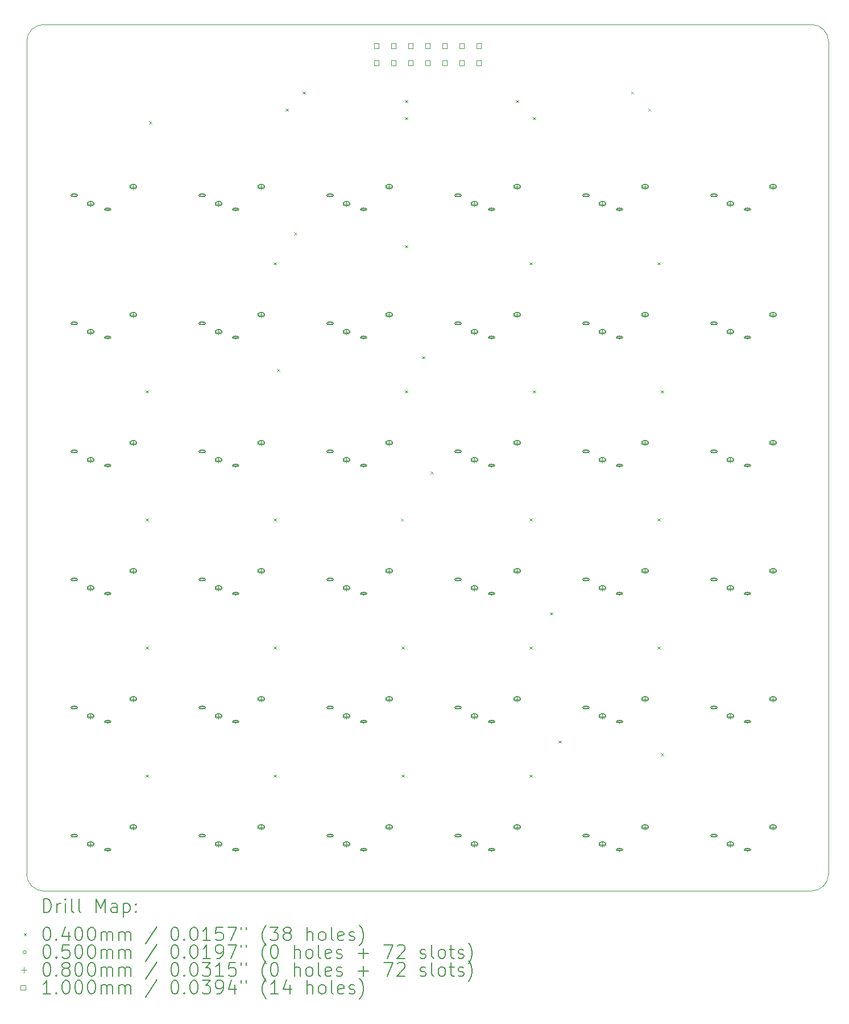
<source format=gbr>
%FSLAX45Y45*%
G04 Gerber Fmt 4.5, Leading zero omitted, Abs format (unit mm)*
G04 Created by KiCad (PCBNEW (6.0.5-0)) date 2022-06-17 01:41:16*
%MOMM*%
%LPD*%
G01*
G04 APERTURE LIST*
%TA.AperFunction,Profile*%
%ADD10C,0.120000*%
%TD*%
%ADD11C,0.200000*%
%ADD12C,0.040000*%
%ADD13C,0.050000*%
%ADD14C,0.080000*%
%ADD15C,0.100000*%
G04 APERTURE END LIST*
D10*
X-10477500Y2159000D02*
G75*
G03*
X-10731500Y1905000I0J-254000D01*
G01*
X952500Y-10731500D02*
G75*
G03*
X1206500Y-10477500I0J254000D01*
G01*
X1206500Y1905000D02*
G75*
G03*
X952500Y2159000I-254000J0D01*
G01*
X952500Y2159000D02*
X-10477500Y2159000D01*
X-10731500Y1905000D02*
X-10731500Y-10477500D01*
X1206500Y1905000D02*
X1206500Y-10477500D01*
X-10477500Y-10731500D02*
X952500Y-10731500D01*
X-10731500Y-10477500D02*
G75*
G03*
X-10477500Y-10731500I254000J0D01*
G01*
D11*
D12*
X-8960800Y-3282000D02*
X-8920800Y-3322000D01*
X-8920800Y-3282000D02*
X-8960800Y-3322000D01*
X-8960800Y-5187000D02*
X-8920800Y-5227000D01*
X-8920800Y-5187000D02*
X-8960800Y-5227000D01*
X-8960800Y-7092000D02*
X-8920800Y-7132000D01*
X-8920800Y-7092000D02*
X-8960800Y-7132000D01*
X-8960800Y-8997000D02*
X-8920800Y-9037000D01*
X-8920800Y-8997000D02*
X-8960800Y-9037000D01*
X-8910000Y718500D02*
X-8870000Y678500D01*
X-8870000Y718500D02*
X-8910000Y678500D01*
X-7055800Y-1377000D02*
X-7015800Y-1417000D01*
X-7015800Y-1377000D02*
X-7055800Y-1417000D01*
X-7055800Y-5187000D02*
X-7015800Y-5227000D01*
X-7015800Y-5187000D02*
X-7055800Y-5227000D01*
X-7055800Y-7092000D02*
X-7015800Y-7132000D01*
X-7015800Y-7092000D02*
X-7055800Y-7132000D01*
X-7055800Y-8997000D02*
X-7015800Y-9037000D01*
X-7015800Y-8997000D02*
X-7055800Y-9037000D01*
X-7005000Y-2964500D02*
X-6965000Y-3004500D01*
X-6965000Y-2964500D02*
X-7005000Y-3004500D01*
X-6878000Y909000D02*
X-6838000Y869000D01*
X-6838000Y909000D02*
X-6878000Y869000D01*
X-6751000Y-932500D02*
X-6711000Y-972500D01*
X-6711000Y-932500D02*
X-6751000Y-972500D01*
X-6624000Y1163000D02*
X-6584000Y1123000D01*
X-6584000Y1163000D02*
X-6624000Y1123000D01*
X-5163500Y-5187000D02*
X-5123500Y-5227000D01*
X-5123500Y-5187000D02*
X-5163500Y-5227000D01*
X-5150800Y-7092000D02*
X-5110800Y-7132000D01*
X-5110800Y-7092000D02*
X-5150800Y-7132000D01*
X-5150800Y-8997000D02*
X-5110800Y-9037000D01*
X-5110800Y-8997000D02*
X-5150800Y-9037000D01*
X-5100000Y1036000D02*
X-5060000Y996000D01*
X-5060000Y1036000D02*
X-5100000Y996000D01*
X-5100000Y782000D02*
X-5060000Y742000D01*
X-5060000Y782000D02*
X-5100000Y742000D01*
X-5100000Y-1123000D02*
X-5060000Y-1163000D01*
X-5060000Y-1123000D02*
X-5100000Y-1163000D01*
X-5100000Y-3282000D02*
X-5060000Y-3322000D01*
X-5060000Y-3282000D02*
X-5100000Y-3322000D01*
X-4846000Y-2774000D02*
X-4806000Y-2814000D01*
X-4806000Y-2774000D02*
X-4846000Y-2814000D01*
X-4719000Y-4488500D02*
X-4679000Y-4528500D01*
X-4679000Y-4488500D02*
X-4719000Y-4528500D01*
X-3449000Y1036000D02*
X-3409000Y996000D01*
X-3409000Y1036000D02*
X-3449000Y996000D01*
X-3245800Y-1377000D02*
X-3205800Y-1417000D01*
X-3205800Y-1377000D02*
X-3245800Y-1417000D01*
X-3245800Y-5187000D02*
X-3205800Y-5227000D01*
X-3205800Y-5187000D02*
X-3245800Y-5227000D01*
X-3245800Y-7092000D02*
X-3205800Y-7132000D01*
X-3205800Y-7092000D02*
X-3245800Y-7132000D01*
X-3245800Y-8997000D02*
X-3205800Y-9037000D01*
X-3205800Y-8997000D02*
X-3245800Y-9037000D01*
X-3195000Y782000D02*
X-3155000Y742000D01*
X-3155000Y782000D02*
X-3195000Y742000D01*
X-3195000Y-3282000D02*
X-3155000Y-3322000D01*
X-3155000Y-3282000D02*
X-3195000Y-3322000D01*
X-2941000Y-6584000D02*
X-2901000Y-6624000D01*
X-2901000Y-6584000D02*
X-2941000Y-6624000D01*
X-2814000Y-8489000D02*
X-2774000Y-8529000D01*
X-2774000Y-8489000D02*
X-2814000Y-8529000D01*
X-1734500Y1163000D02*
X-1694500Y1123000D01*
X-1694500Y1163000D02*
X-1734500Y1123000D01*
X-1480500Y909000D02*
X-1440500Y869000D01*
X-1440500Y909000D02*
X-1480500Y869000D01*
X-1340800Y-1377000D02*
X-1300800Y-1417000D01*
X-1300800Y-1377000D02*
X-1340800Y-1417000D01*
X-1340800Y-5187000D02*
X-1300800Y-5227000D01*
X-1300800Y-5187000D02*
X-1340800Y-5227000D01*
X-1340800Y-7092000D02*
X-1300800Y-7132000D01*
X-1300800Y-7092000D02*
X-1340800Y-7132000D01*
X-1290000Y-3282000D02*
X-1250000Y-3322000D01*
X-1250000Y-3282000D02*
X-1290000Y-3322000D01*
X-1290000Y-8679500D02*
X-1250000Y-8719500D01*
X-1250000Y-8679500D02*
X-1290000Y-8719500D01*
D13*
X-10000000Y-380000D02*
G75*
G03*
X-10000000Y-380000I-25000J0D01*
G01*
D11*
X-10060000Y-395000D02*
X-9990000Y-395000D01*
X-10060000Y-365000D02*
X-9990000Y-365000D01*
X-9990000Y-395000D02*
G75*
G03*
X-9990000Y-365000I0J15000D01*
G01*
X-10060000Y-365000D02*
G75*
G03*
X-10060000Y-395000I0J-15000D01*
G01*
D13*
X-10000000Y-2285000D02*
G75*
G03*
X-10000000Y-2285000I-25000J0D01*
G01*
D11*
X-10060000Y-2300000D02*
X-9990000Y-2300000D01*
X-10060000Y-2270000D02*
X-9990000Y-2270000D01*
X-9990000Y-2300000D02*
G75*
G03*
X-9990000Y-2270000I0J15000D01*
G01*
X-10060000Y-2270000D02*
G75*
G03*
X-10060000Y-2300000I0J-15000D01*
G01*
D13*
X-10000000Y-4190000D02*
G75*
G03*
X-10000000Y-4190000I-25000J0D01*
G01*
D11*
X-10060000Y-4205000D02*
X-9990000Y-4205000D01*
X-10060000Y-4175000D02*
X-9990000Y-4175000D01*
X-9990000Y-4205000D02*
G75*
G03*
X-9990000Y-4175000I0J15000D01*
G01*
X-10060000Y-4175000D02*
G75*
G03*
X-10060000Y-4205000I0J-15000D01*
G01*
D13*
X-10000000Y-6095000D02*
G75*
G03*
X-10000000Y-6095000I-25000J0D01*
G01*
D11*
X-10060000Y-6110000D02*
X-9990000Y-6110000D01*
X-10060000Y-6080000D02*
X-9990000Y-6080000D01*
X-9990000Y-6110000D02*
G75*
G03*
X-9990000Y-6080000I0J15000D01*
G01*
X-10060000Y-6080000D02*
G75*
G03*
X-10060000Y-6110000I0J-15000D01*
G01*
D13*
X-10000000Y-8000000D02*
G75*
G03*
X-10000000Y-8000000I-25000J0D01*
G01*
D11*
X-10060000Y-8015000D02*
X-9990000Y-8015000D01*
X-10060000Y-7985000D02*
X-9990000Y-7985000D01*
X-9990000Y-8015000D02*
G75*
G03*
X-9990000Y-7985000I0J15000D01*
G01*
X-10060000Y-7985000D02*
G75*
G03*
X-10060000Y-8015000I0J-15000D01*
G01*
D13*
X-10000000Y-9905000D02*
G75*
G03*
X-10000000Y-9905000I-25000J0D01*
G01*
D11*
X-10060000Y-9920000D02*
X-9990000Y-9920000D01*
X-10060000Y-9890000D02*
X-9990000Y-9890000D01*
X-9990000Y-9920000D02*
G75*
G03*
X-9990000Y-9890000I0J15000D01*
G01*
X-10060000Y-9890000D02*
G75*
G03*
X-10060000Y-9920000I0J-15000D01*
G01*
D13*
X-9500000Y-590000D02*
G75*
G03*
X-9500000Y-590000I-25000J0D01*
G01*
D11*
X-9560000Y-605000D02*
X-9490000Y-605000D01*
X-9560000Y-575000D02*
X-9490000Y-575000D01*
X-9490000Y-605000D02*
G75*
G03*
X-9490000Y-575000I0J15000D01*
G01*
X-9560000Y-575000D02*
G75*
G03*
X-9560000Y-605000I0J-15000D01*
G01*
D13*
X-9500000Y-2495000D02*
G75*
G03*
X-9500000Y-2495000I-25000J0D01*
G01*
D11*
X-9560000Y-2510000D02*
X-9490000Y-2510000D01*
X-9560000Y-2480000D02*
X-9490000Y-2480000D01*
X-9490000Y-2510000D02*
G75*
G03*
X-9490000Y-2480000I0J15000D01*
G01*
X-9560000Y-2480000D02*
G75*
G03*
X-9560000Y-2510000I0J-15000D01*
G01*
D13*
X-9500000Y-4400000D02*
G75*
G03*
X-9500000Y-4400000I-25000J0D01*
G01*
D11*
X-9560000Y-4415000D02*
X-9490000Y-4415000D01*
X-9560000Y-4385000D02*
X-9490000Y-4385000D01*
X-9490000Y-4415000D02*
G75*
G03*
X-9490000Y-4385000I0J15000D01*
G01*
X-9560000Y-4385000D02*
G75*
G03*
X-9560000Y-4415000I0J-15000D01*
G01*
D13*
X-9500000Y-6305000D02*
G75*
G03*
X-9500000Y-6305000I-25000J0D01*
G01*
D11*
X-9560000Y-6320000D02*
X-9490000Y-6320000D01*
X-9560000Y-6290000D02*
X-9490000Y-6290000D01*
X-9490000Y-6320000D02*
G75*
G03*
X-9490000Y-6290000I0J15000D01*
G01*
X-9560000Y-6290000D02*
G75*
G03*
X-9560000Y-6320000I0J-15000D01*
G01*
D13*
X-9500000Y-8210000D02*
G75*
G03*
X-9500000Y-8210000I-25000J0D01*
G01*
D11*
X-9560000Y-8225000D02*
X-9490000Y-8225000D01*
X-9560000Y-8195000D02*
X-9490000Y-8195000D01*
X-9490000Y-8225000D02*
G75*
G03*
X-9490000Y-8195000I0J15000D01*
G01*
X-9560000Y-8195000D02*
G75*
G03*
X-9560000Y-8225000I0J-15000D01*
G01*
D13*
X-9500000Y-10115000D02*
G75*
G03*
X-9500000Y-10115000I-25000J0D01*
G01*
D11*
X-9560000Y-10130000D02*
X-9490000Y-10130000D01*
X-9560000Y-10100000D02*
X-9490000Y-10100000D01*
X-9490000Y-10130000D02*
G75*
G03*
X-9490000Y-10100000I0J15000D01*
G01*
X-9560000Y-10100000D02*
G75*
G03*
X-9560000Y-10130000I0J-15000D01*
G01*
D13*
X-8095000Y-380000D02*
G75*
G03*
X-8095000Y-380000I-25000J0D01*
G01*
D11*
X-8155000Y-395000D02*
X-8085000Y-395000D01*
X-8155000Y-365000D02*
X-8085000Y-365000D01*
X-8085000Y-395000D02*
G75*
G03*
X-8085000Y-365000I0J15000D01*
G01*
X-8155000Y-365000D02*
G75*
G03*
X-8155000Y-395000I0J-15000D01*
G01*
D13*
X-8095000Y-2285000D02*
G75*
G03*
X-8095000Y-2285000I-25000J0D01*
G01*
D11*
X-8155000Y-2300000D02*
X-8085000Y-2300000D01*
X-8155000Y-2270000D02*
X-8085000Y-2270000D01*
X-8085000Y-2300000D02*
G75*
G03*
X-8085000Y-2270000I0J15000D01*
G01*
X-8155000Y-2270000D02*
G75*
G03*
X-8155000Y-2300000I0J-15000D01*
G01*
D13*
X-8095000Y-4190000D02*
G75*
G03*
X-8095000Y-4190000I-25000J0D01*
G01*
D11*
X-8155000Y-4205000D02*
X-8085000Y-4205000D01*
X-8155000Y-4175000D02*
X-8085000Y-4175000D01*
X-8085000Y-4205000D02*
G75*
G03*
X-8085000Y-4175000I0J15000D01*
G01*
X-8155000Y-4175000D02*
G75*
G03*
X-8155000Y-4205000I0J-15000D01*
G01*
D13*
X-8095000Y-6095000D02*
G75*
G03*
X-8095000Y-6095000I-25000J0D01*
G01*
D11*
X-8155000Y-6110000D02*
X-8085000Y-6110000D01*
X-8155000Y-6080000D02*
X-8085000Y-6080000D01*
X-8085000Y-6110000D02*
G75*
G03*
X-8085000Y-6080000I0J15000D01*
G01*
X-8155000Y-6080000D02*
G75*
G03*
X-8155000Y-6110000I0J-15000D01*
G01*
D13*
X-8095000Y-8000000D02*
G75*
G03*
X-8095000Y-8000000I-25000J0D01*
G01*
D11*
X-8155000Y-8015000D02*
X-8085000Y-8015000D01*
X-8155000Y-7985000D02*
X-8085000Y-7985000D01*
X-8085000Y-8015000D02*
G75*
G03*
X-8085000Y-7985000I0J15000D01*
G01*
X-8155000Y-7985000D02*
G75*
G03*
X-8155000Y-8015000I0J-15000D01*
G01*
D13*
X-8095000Y-9905000D02*
G75*
G03*
X-8095000Y-9905000I-25000J0D01*
G01*
D11*
X-8155000Y-9920000D02*
X-8085000Y-9920000D01*
X-8155000Y-9890000D02*
X-8085000Y-9890000D01*
X-8085000Y-9920000D02*
G75*
G03*
X-8085000Y-9890000I0J15000D01*
G01*
X-8155000Y-9890000D02*
G75*
G03*
X-8155000Y-9920000I0J-15000D01*
G01*
D13*
X-7595000Y-590000D02*
G75*
G03*
X-7595000Y-590000I-25000J0D01*
G01*
D11*
X-7655000Y-605000D02*
X-7585000Y-605000D01*
X-7655000Y-575000D02*
X-7585000Y-575000D01*
X-7585000Y-605000D02*
G75*
G03*
X-7585000Y-575000I0J15000D01*
G01*
X-7655000Y-575000D02*
G75*
G03*
X-7655000Y-605000I0J-15000D01*
G01*
D13*
X-7595000Y-2495000D02*
G75*
G03*
X-7595000Y-2495000I-25000J0D01*
G01*
D11*
X-7655000Y-2510000D02*
X-7585000Y-2510000D01*
X-7655000Y-2480000D02*
X-7585000Y-2480000D01*
X-7585000Y-2510000D02*
G75*
G03*
X-7585000Y-2480000I0J15000D01*
G01*
X-7655000Y-2480000D02*
G75*
G03*
X-7655000Y-2510000I0J-15000D01*
G01*
D13*
X-7595000Y-4400000D02*
G75*
G03*
X-7595000Y-4400000I-25000J0D01*
G01*
D11*
X-7655000Y-4415000D02*
X-7585000Y-4415000D01*
X-7655000Y-4385000D02*
X-7585000Y-4385000D01*
X-7585000Y-4415000D02*
G75*
G03*
X-7585000Y-4385000I0J15000D01*
G01*
X-7655000Y-4385000D02*
G75*
G03*
X-7655000Y-4415000I0J-15000D01*
G01*
D13*
X-7595000Y-6305000D02*
G75*
G03*
X-7595000Y-6305000I-25000J0D01*
G01*
D11*
X-7655000Y-6320000D02*
X-7585000Y-6320000D01*
X-7655000Y-6290000D02*
X-7585000Y-6290000D01*
X-7585000Y-6320000D02*
G75*
G03*
X-7585000Y-6290000I0J15000D01*
G01*
X-7655000Y-6290000D02*
G75*
G03*
X-7655000Y-6320000I0J-15000D01*
G01*
D13*
X-7595000Y-8210000D02*
G75*
G03*
X-7595000Y-8210000I-25000J0D01*
G01*
D11*
X-7655000Y-8225000D02*
X-7585000Y-8225000D01*
X-7655000Y-8195000D02*
X-7585000Y-8195000D01*
X-7585000Y-8225000D02*
G75*
G03*
X-7585000Y-8195000I0J15000D01*
G01*
X-7655000Y-8195000D02*
G75*
G03*
X-7655000Y-8225000I0J-15000D01*
G01*
D13*
X-7595000Y-10115000D02*
G75*
G03*
X-7595000Y-10115000I-25000J0D01*
G01*
D11*
X-7655000Y-10130000D02*
X-7585000Y-10130000D01*
X-7655000Y-10100000D02*
X-7585000Y-10100000D01*
X-7585000Y-10130000D02*
G75*
G03*
X-7585000Y-10100000I0J15000D01*
G01*
X-7655000Y-10100000D02*
G75*
G03*
X-7655000Y-10130000I0J-15000D01*
G01*
D13*
X-6190000Y-380000D02*
G75*
G03*
X-6190000Y-380000I-25000J0D01*
G01*
D11*
X-6250000Y-395000D02*
X-6180000Y-395000D01*
X-6250000Y-365000D02*
X-6180000Y-365000D01*
X-6180000Y-395000D02*
G75*
G03*
X-6180000Y-365000I0J15000D01*
G01*
X-6250000Y-365000D02*
G75*
G03*
X-6250000Y-395000I0J-15000D01*
G01*
D13*
X-6190000Y-2285000D02*
G75*
G03*
X-6190000Y-2285000I-25000J0D01*
G01*
D11*
X-6250000Y-2300000D02*
X-6180000Y-2300000D01*
X-6250000Y-2270000D02*
X-6180000Y-2270000D01*
X-6180000Y-2300000D02*
G75*
G03*
X-6180000Y-2270000I0J15000D01*
G01*
X-6250000Y-2270000D02*
G75*
G03*
X-6250000Y-2300000I0J-15000D01*
G01*
D13*
X-6190000Y-4190000D02*
G75*
G03*
X-6190000Y-4190000I-25000J0D01*
G01*
D11*
X-6250000Y-4205000D02*
X-6180000Y-4205000D01*
X-6250000Y-4175000D02*
X-6180000Y-4175000D01*
X-6180000Y-4205000D02*
G75*
G03*
X-6180000Y-4175000I0J15000D01*
G01*
X-6250000Y-4175000D02*
G75*
G03*
X-6250000Y-4205000I0J-15000D01*
G01*
D13*
X-6190000Y-6095000D02*
G75*
G03*
X-6190000Y-6095000I-25000J0D01*
G01*
D11*
X-6250000Y-6110000D02*
X-6180000Y-6110000D01*
X-6250000Y-6080000D02*
X-6180000Y-6080000D01*
X-6180000Y-6110000D02*
G75*
G03*
X-6180000Y-6080000I0J15000D01*
G01*
X-6250000Y-6080000D02*
G75*
G03*
X-6250000Y-6110000I0J-15000D01*
G01*
D13*
X-6190000Y-8000000D02*
G75*
G03*
X-6190000Y-8000000I-25000J0D01*
G01*
D11*
X-6250000Y-8015000D02*
X-6180000Y-8015000D01*
X-6250000Y-7985000D02*
X-6180000Y-7985000D01*
X-6180000Y-8015000D02*
G75*
G03*
X-6180000Y-7985000I0J15000D01*
G01*
X-6250000Y-7985000D02*
G75*
G03*
X-6250000Y-8015000I0J-15000D01*
G01*
D13*
X-6190000Y-9905000D02*
G75*
G03*
X-6190000Y-9905000I-25000J0D01*
G01*
D11*
X-6250000Y-9920000D02*
X-6180000Y-9920000D01*
X-6250000Y-9890000D02*
X-6180000Y-9890000D01*
X-6180000Y-9920000D02*
G75*
G03*
X-6180000Y-9890000I0J15000D01*
G01*
X-6250000Y-9890000D02*
G75*
G03*
X-6250000Y-9920000I0J-15000D01*
G01*
D13*
X-5690000Y-590000D02*
G75*
G03*
X-5690000Y-590000I-25000J0D01*
G01*
D11*
X-5750000Y-605000D02*
X-5680000Y-605000D01*
X-5750000Y-575000D02*
X-5680000Y-575000D01*
X-5680000Y-605000D02*
G75*
G03*
X-5680000Y-575000I0J15000D01*
G01*
X-5750000Y-575000D02*
G75*
G03*
X-5750000Y-605000I0J-15000D01*
G01*
D13*
X-5690000Y-2495000D02*
G75*
G03*
X-5690000Y-2495000I-25000J0D01*
G01*
D11*
X-5750000Y-2510000D02*
X-5680000Y-2510000D01*
X-5750000Y-2480000D02*
X-5680000Y-2480000D01*
X-5680000Y-2510000D02*
G75*
G03*
X-5680000Y-2480000I0J15000D01*
G01*
X-5750000Y-2480000D02*
G75*
G03*
X-5750000Y-2510000I0J-15000D01*
G01*
D13*
X-5690000Y-4400000D02*
G75*
G03*
X-5690000Y-4400000I-25000J0D01*
G01*
D11*
X-5750000Y-4415000D02*
X-5680000Y-4415000D01*
X-5750000Y-4385000D02*
X-5680000Y-4385000D01*
X-5680000Y-4415000D02*
G75*
G03*
X-5680000Y-4385000I0J15000D01*
G01*
X-5750000Y-4385000D02*
G75*
G03*
X-5750000Y-4415000I0J-15000D01*
G01*
D13*
X-5690000Y-6305000D02*
G75*
G03*
X-5690000Y-6305000I-25000J0D01*
G01*
D11*
X-5750000Y-6320000D02*
X-5680000Y-6320000D01*
X-5750000Y-6290000D02*
X-5680000Y-6290000D01*
X-5680000Y-6320000D02*
G75*
G03*
X-5680000Y-6290000I0J15000D01*
G01*
X-5750000Y-6290000D02*
G75*
G03*
X-5750000Y-6320000I0J-15000D01*
G01*
D13*
X-5690000Y-8210000D02*
G75*
G03*
X-5690000Y-8210000I-25000J0D01*
G01*
D11*
X-5750000Y-8225000D02*
X-5680000Y-8225000D01*
X-5750000Y-8195000D02*
X-5680000Y-8195000D01*
X-5680000Y-8225000D02*
G75*
G03*
X-5680000Y-8195000I0J15000D01*
G01*
X-5750000Y-8195000D02*
G75*
G03*
X-5750000Y-8225000I0J-15000D01*
G01*
D13*
X-5690000Y-10115000D02*
G75*
G03*
X-5690000Y-10115000I-25000J0D01*
G01*
D11*
X-5750000Y-10130000D02*
X-5680000Y-10130000D01*
X-5750000Y-10100000D02*
X-5680000Y-10100000D01*
X-5680000Y-10130000D02*
G75*
G03*
X-5680000Y-10100000I0J15000D01*
G01*
X-5750000Y-10100000D02*
G75*
G03*
X-5750000Y-10130000I0J-15000D01*
G01*
D13*
X-4285000Y-380000D02*
G75*
G03*
X-4285000Y-380000I-25000J0D01*
G01*
D11*
X-4345000Y-395000D02*
X-4275000Y-395000D01*
X-4345000Y-365000D02*
X-4275000Y-365000D01*
X-4275000Y-395000D02*
G75*
G03*
X-4275000Y-365000I0J15000D01*
G01*
X-4345000Y-365000D02*
G75*
G03*
X-4345000Y-395000I0J-15000D01*
G01*
D13*
X-4285000Y-2285000D02*
G75*
G03*
X-4285000Y-2285000I-25000J0D01*
G01*
D11*
X-4345000Y-2300000D02*
X-4275000Y-2300000D01*
X-4345000Y-2270000D02*
X-4275000Y-2270000D01*
X-4275000Y-2300000D02*
G75*
G03*
X-4275000Y-2270000I0J15000D01*
G01*
X-4345000Y-2270000D02*
G75*
G03*
X-4345000Y-2300000I0J-15000D01*
G01*
D13*
X-4285000Y-4190000D02*
G75*
G03*
X-4285000Y-4190000I-25000J0D01*
G01*
D11*
X-4345000Y-4205000D02*
X-4275000Y-4205000D01*
X-4345000Y-4175000D02*
X-4275000Y-4175000D01*
X-4275000Y-4205000D02*
G75*
G03*
X-4275000Y-4175000I0J15000D01*
G01*
X-4345000Y-4175000D02*
G75*
G03*
X-4345000Y-4205000I0J-15000D01*
G01*
D13*
X-4285000Y-6095000D02*
G75*
G03*
X-4285000Y-6095000I-25000J0D01*
G01*
D11*
X-4345000Y-6110000D02*
X-4275000Y-6110000D01*
X-4345000Y-6080000D02*
X-4275000Y-6080000D01*
X-4275000Y-6110000D02*
G75*
G03*
X-4275000Y-6080000I0J15000D01*
G01*
X-4345000Y-6080000D02*
G75*
G03*
X-4345000Y-6110000I0J-15000D01*
G01*
D13*
X-4285000Y-8000000D02*
G75*
G03*
X-4285000Y-8000000I-25000J0D01*
G01*
D11*
X-4345000Y-8015000D02*
X-4275000Y-8015000D01*
X-4345000Y-7985000D02*
X-4275000Y-7985000D01*
X-4275000Y-8015000D02*
G75*
G03*
X-4275000Y-7985000I0J15000D01*
G01*
X-4345000Y-7985000D02*
G75*
G03*
X-4345000Y-8015000I0J-15000D01*
G01*
D13*
X-4285000Y-9905000D02*
G75*
G03*
X-4285000Y-9905000I-25000J0D01*
G01*
D11*
X-4345000Y-9920000D02*
X-4275000Y-9920000D01*
X-4345000Y-9890000D02*
X-4275000Y-9890000D01*
X-4275000Y-9920000D02*
G75*
G03*
X-4275000Y-9890000I0J15000D01*
G01*
X-4345000Y-9890000D02*
G75*
G03*
X-4345000Y-9920000I0J-15000D01*
G01*
D13*
X-3785000Y-590000D02*
G75*
G03*
X-3785000Y-590000I-25000J0D01*
G01*
D11*
X-3845000Y-605000D02*
X-3775000Y-605000D01*
X-3845000Y-575000D02*
X-3775000Y-575000D01*
X-3775000Y-605000D02*
G75*
G03*
X-3775000Y-575000I0J15000D01*
G01*
X-3845000Y-575000D02*
G75*
G03*
X-3845000Y-605000I0J-15000D01*
G01*
D13*
X-3785000Y-2495000D02*
G75*
G03*
X-3785000Y-2495000I-25000J0D01*
G01*
D11*
X-3845000Y-2510000D02*
X-3775000Y-2510000D01*
X-3845000Y-2480000D02*
X-3775000Y-2480000D01*
X-3775000Y-2510000D02*
G75*
G03*
X-3775000Y-2480000I0J15000D01*
G01*
X-3845000Y-2480000D02*
G75*
G03*
X-3845000Y-2510000I0J-15000D01*
G01*
D13*
X-3785000Y-4400000D02*
G75*
G03*
X-3785000Y-4400000I-25000J0D01*
G01*
D11*
X-3845000Y-4415000D02*
X-3775000Y-4415000D01*
X-3845000Y-4385000D02*
X-3775000Y-4385000D01*
X-3775000Y-4415000D02*
G75*
G03*
X-3775000Y-4385000I0J15000D01*
G01*
X-3845000Y-4385000D02*
G75*
G03*
X-3845000Y-4415000I0J-15000D01*
G01*
D13*
X-3785000Y-6305000D02*
G75*
G03*
X-3785000Y-6305000I-25000J0D01*
G01*
D11*
X-3845000Y-6320000D02*
X-3775000Y-6320000D01*
X-3845000Y-6290000D02*
X-3775000Y-6290000D01*
X-3775000Y-6320000D02*
G75*
G03*
X-3775000Y-6290000I0J15000D01*
G01*
X-3845000Y-6290000D02*
G75*
G03*
X-3845000Y-6320000I0J-15000D01*
G01*
D13*
X-3785000Y-8210000D02*
G75*
G03*
X-3785000Y-8210000I-25000J0D01*
G01*
D11*
X-3845000Y-8225000D02*
X-3775000Y-8225000D01*
X-3845000Y-8195000D02*
X-3775000Y-8195000D01*
X-3775000Y-8225000D02*
G75*
G03*
X-3775000Y-8195000I0J15000D01*
G01*
X-3845000Y-8195000D02*
G75*
G03*
X-3845000Y-8225000I0J-15000D01*
G01*
D13*
X-3785000Y-10115000D02*
G75*
G03*
X-3785000Y-10115000I-25000J0D01*
G01*
D11*
X-3845000Y-10130000D02*
X-3775000Y-10130000D01*
X-3845000Y-10100000D02*
X-3775000Y-10100000D01*
X-3775000Y-10130000D02*
G75*
G03*
X-3775000Y-10100000I0J15000D01*
G01*
X-3845000Y-10100000D02*
G75*
G03*
X-3845000Y-10130000I0J-15000D01*
G01*
D13*
X-2380000Y-380000D02*
G75*
G03*
X-2380000Y-380000I-25000J0D01*
G01*
D11*
X-2440000Y-395000D02*
X-2370000Y-395000D01*
X-2440000Y-365000D02*
X-2370000Y-365000D01*
X-2370000Y-395000D02*
G75*
G03*
X-2370000Y-365000I0J15000D01*
G01*
X-2440000Y-365000D02*
G75*
G03*
X-2440000Y-395000I0J-15000D01*
G01*
D13*
X-2380000Y-2285000D02*
G75*
G03*
X-2380000Y-2285000I-25000J0D01*
G01*
D11*
X-2440000Y-2300000D02*
X-2370000Y-2300000D01*
X-2440000Y-2270000D02*
X-2370000Y-2270000D01*
X-2370000Y-2300000D02*
G75*
G03*
X-2370000Y-2270000I0J15000D01*
G01*
X-2440000Y-2270000D02*
G75*
G03*
X-2440000Y-2300000I0J-15000D01*
G01*
D13*
X-2380000Y-4190000D02*
G75*
G03*
X-2380000Y-4190000I-25000J0D01*
G01*
D11*
X-2440000Y-4205000D02*
X-2370000Y-4205000D01*
X-2440000Y-4175000D02*
X-2370000Y-4175000D01*
X-2370000Y-4205000D02*
G75*
G03*
X-2370000Y-4175000I0J15000D01*
G01*
X-2440000Y-4175000D02*
G75*
G03*
X-2440000Y-4205000I0J-15000D01*
G01*
D13*
X-2380000Y-6095000D02*
G75*
G03*
X-2380000Y-6095000I-25000J0D01*
G01*
D11*
X-2440000Y-6110000D02*
X-2370000Y-6110000D01*
X-2440000Y-6080000D02*
X-2370000Y-6080000D01*
X-2370000Y-6110000D02*
G75*
G03*
X-2370000Y-6080000I0J15000D01*
G01*
X-2440000Y-6080000D02*
G75*
G03*
X-2440000Y-6110000I0J-15000D01*
G01*
D13*
X-2380000Y-8000000D02*
G75*
G03*
X-2380000Y-8000000I-25000J0D01*
G01*
D11*
X-2440000Y-8015000D02*
X-2370000Y-8015000D01*
X-2440000Y-7985000D02*
X-2370000Y-7985000D01*
X-2370000Y-8015000D02*
G75*
G03*
X-2370000Y-7985000I0J15000D01*
G01*
X-2440000Y-7985000D02*
G75*
G03*
X-2440000Y-8015000I0J-15000D01*
G01*
D13*
X-2380000Y-9905000D02*
G75*
G03*
X-2380000Y-9905000I-25000J0D01*
G01*
D11*
X-2440000Y-9920000D02*
X-2370000Y-9920000D01*
X-2440000Y-9890000D02*
X-2370000Y-9890000D01*
X-2370000Y-9920000D02*
G75*
G03*
X-2370000Y-9890000I0J15000D01*
G01*
X-2440000Y-9890000D02*
G75*
G03*
X-2440000Y-9920000I0J-15000D01*
G01*
D13*
X-1880000Y-590000D02*
G75*
G03*
X-1880000Y-590000I-25000J0D01*
G01*
D11*
X-1940000Y-605000D02*
X-1870000Y-605000D01*
X-1940000Y-575000D02*
X-1870000Y-575000D01*
X-1870000Y-605000D02*
G75*
G03*
X-1870000Y-575000I0J15000D01*
G01*
X-1940000Y-575000D02*
G75*
G03*
X-1940000Y-605000I0J-15000D01*
G01*
D13*
X-1880000Y-2495000D02*
G75*
G03*
X-1880000Y-2495000I-25000J0D01*
G01*
D11*
X-1940000Y-2510000D02*
X-1870000Y-2510000D01*
X-1940000Y-2480000D02*
X-1870000Y-2480000D01*
X-1870000Y-2510000D02*
G75*
G03*
X-1870000Y-2480000I0J15000D01*
G01*
X-1940000Y-2480000D02*
G75*
G03*
X-1940000Y-2510000I0J-15000D01*
G01*
D13*
X-1880000Y-4400000D02*
G75*
G03*
X-1880000Y-4400000I-25000J0D01*
G01*
D11*
X-1940000Y-4415000D02*
X-1870000Y-4415000D01*
X-1940000Y-4385000D02*
X-1870000Y-4385000D01*
X-1870000Y-4415000D02*
G75*
G03*
X-1870000Y-4385000I0J15000D01*
G01*
X-1940000Y-4385000D02*
G75*
G03*
X-1940000Y-4415000I0J-15000D01*
G01*
D13*
X-1880000Y-6305000D02*
G75*
G03*
X-1880000Y-6305000I-25000J0D01*
G01*
D11*
X-1940000Y-6320000D02*
X-1870000Y-6320000D01*
X-1940000Y-6290000D02*
X-1870000Y-6290000D01*
X-1870000Y-6320000D02*
G75*
G03*
X-1870000Y-6290000I0J15000D01*
G01*
X-1940000Y-6290000D02*
G75*
G03*
X-1940000Y-6320000I0J-15000D01*
G01*
D13*
X-1880000Y-8210000D02*
G75*
G03*
X-1880000Y-8210000I-25000J0D01*
G01*
D11*
X-1940000Y-8225000D02*
X-1870000Y-8225000D01*
X-1940000Y-8195000D02*
X-1870000Y-8195000D01*
X-1870000Y-8225000D02*
G75*
G03*
X-1870000Y-8195000I0J15000D01*
G01*
X-1940000Y-8195000D02*
G75*
G03*
X-1940000Y-8225000I0J-15000D01*
G01*
D13*
X-1880000Y-10115000D02*
G75*
G03*
X-1880000Y-10115000I-25000J0D01*
G01*
D11*
X-1940000Y-10130000D02*
X-1870000Y-10130000D01*
X-1940000Y-10100000D02*
X-1870000Y-10100000D01*
X-1870000Y-10130000D02*
G75*
G03*
X-1870000Y-10100000I0J15000D01*
G01*
X-1940000Y-10100000D02*
G75*
G03*
X-1940000Y-10130000I0J-15000D01*
G01*
D13*
X-475000Y-380000D02*
G75*
G03*
X-475000Y-380000I-25000J0D01*
G01*
D11*
X-535000Y-395000D02*
X-465000Y-395000D01*
X-535000Y-365000D02*
X-465000Y-365000D01*
X-465000Y-395000D02*
G75*
G03*
X-465000Y-365000I0J15000D01*
G01*
X-535000Y-365000D02*
G75*
G03*
X-535000Y-395000I0J-15000D01*
G01*
D13*
X-475000Y-2285000D02*
G75*
G03*
X-475000Y-2285000I-25000J0D01*
G01*
D11*
X-535000Y-2300000D02*
X-465000Y-2300000D01*
X-535000Y-2270000D02*
X-465000Y-2270000D01*
X-465000Y-2300000D02*
G75*
G03*
X-465000Y-2270000I0J15000D01*
G01*
X-535000Y-2270000D02*
G75*
G03*
X-535000Y-2300000I0J-15000D01*
G01*
D13*
X-475000Y-4190000D02*
G75*
G03*
X-475000Y-4190000I-25000J0D01*
G01*
D11*
X-535000Y-4205000D02*
X-465000Y-4205000D01*
X-535000Y-4175000D02*
X-465000Y-4175000D01*
X-465000Y-4205000D02*
G75*
G03*
X-465000Y-4175000I0J15000D01*
G01*
X-535000Y-4175000D02*
G75*
G03*
X-535000Y-4205000I0J-15000D01*
G01*
D13*
X-475000Y-6095000D02*
G75*
G03*
X-475000Y-6095000I-25000J0D01*
G01*
D11*
X-535000Y-6110000D02*
X-465000Y-6110000D01*
X-535000Y-6080000D02*
X-465000Y-6080000D01*
X-465000Y-6110000D02*
G75*
G03*
X-465000Y-6080000I0J15000D01*
G01*
X-535000Y-6080000D02*
G75*
G03*
X-535000Y-6110000I0J-15000D01*
G01*
D13*
X-475000Y-8000000D02*
G75*
G03*
X-475000Y-8000000I-25000J0D01*
G01*
D11*
X-535000Y-8015000D02*
X-465000Y-8015000D01*
X-535000Y-7985000D02*
X-465000Y-7985000D01*
X-465000Y-8015000D02*
G75*
G03*
X-465000Y-7985000I0J15000D01*
G01*
X-535000Y-7985000D02*
G75*
G03*
X-535000Y-8015000I0J-15000D01*
G01*
D13*
X-475000Y-9905000D02*
G75*
G03*
X-475000Y-9905000I-25000J0D01*
G01*
D11*
X-535000Y-9920000D02*
X-465000Y-9920000D01*
X-535000Y-9890000D02*
X-465000Y-9890000D01*
X-465000Y-9920000D02*
G75*
G03*
X-465000Y-9890000I0J15000D01*
G01*
X-535000Y-9890000D02*
G75*
G03*
X-535000Y-9920000I0J-15000D01*
G01*
D13*
X25000Y-590000D02*
G75*
G03*
X25000Y-590000I-25000J0D01*
G01*
D11*
X-35000Y-605000D02*
X35000Y-605000D01*
X-35000Y-575000D02*
X35000Y-575000D01*
X35000Y-605000D02*
G75*
G03*
X35000Y-575000I0J15000D01*
G01*
X-35000Y-575000D02*
G75*
G03*
X-35000Y-605000I0J-15000D01*
G01*
D13*
X25000Y-2495000D02*
G75*
G03*
X25000Y-2495000I-25000J0D01*
G01*
D11*
X-35000Y-2510000D02*
X35000Y-2510000D01*
X-35000Y-2480000D02*
X35000Y-2480000D01*
X35000Y-2510000D02*
G75*
G03*
X35000Y-2480000I0J15000D01*
G01*
X-35000Y-2480000D02*
G75*
G03*
X-35000Y-2510000I0J-15000D01*
G01*
D13*
X25000Y-4400000D02*
G75*
G03*
X25000Y-4400000I-25000J0D01*
G01*
D11*
X-35000Y-4415000D02*
X35000Y-4415000D01*
X-35000Y-4385000D02*
X35000Y-4385000D01*
X35000Y-4415000D02*
G75*
G03*
X35000Y-4385000I0J15000D01*
G01*
X-35000Y-4385000D02*
G75*
G03*
X-35000Y-4415000I0J-15000D01*
G01*
D13*
X25000Y-6305000D02*
G75*
G03*
X25000Y-6305000I-25000J0D01*
G01*
D11*
X-35000Y-6320000D02*
X35000Y-6320000D01*
X-35000Y-6290000D02*
X35000Y-6290000D01*
X35000Y-6320000D02*
G75*
G03*
X35000Y-6290000I0J15000D01*
G01*
X-35000Y-6290000D02*
G75*
G03*
X-35000Y-6320000I0J-15000D01*
G01*
D13*
X25000Y-8210000D02*
G75*
G03*
X25000Y-8210000I-25000J0D01*
G01*
D11*
X-35000Y-8225000D02*
X35000Y-8225000D01*
X-35000Y-8195000D02*
X35000Y-8195000D01*
X35000Y-8225000D02*
G75*
G03*
X35000Y-8195000I0J15000D01*
G01*
X-35000Y-8195000D02*
G75*
G03*
X-35000Y-8225000I0J-15000D01*
G01*
D13*
X25000Y-10115000D02*
G75*
G03*
X25000Y-10115000I-25000J0D01*
G01*
D11*
X-35000Y-10130000D02*
X35000Y-10130000D01*
X-35000Y-10100000D02*
X35000Y-10100000D01*
X35000Y-10130000D02*
G75*
G03*
X35000Y-10100000I0J15000D01*
G01*
X-35000Y-10100000D02*
G75*
G03*
X-35000Y-10130000I0J-15000D01*
G01*
D14*
X-9779000Y-468000D02*
X-9779000Y-548000D01*
X-9819000Y-508000D02*
X-9739000Y-508000D01*
D11*
X-9759000Y-478000D02*
X-9799000Y-478000D01*
X-9759000Y-538000D02*
X-9799000Y-538000D01*
X-9799000Y-478000D02*
G75*
G03*
X-9799000Y-538000I0J-30000D01*
G01*
X-9759000Y-538000D02*
G75*
G03*
X-9759000Y-478000I0J30000D01*
G01*
D14*
X-9779000Y-2373000D02*
X-9779000Y-2453000D01*
X-9819000Y-2413000D02*
X-9739000Y-2413000D01*
D11*
X-9759000Y-2383000D02*
X-9799000Y-2383000D01*
X-9759000Y-2443000D02*
X-9799000Y-2443000D01*
X-9799000Y-2383000D02*
G75*
G03*
X-9799000Y-2443000I0J-30000D01*
G01*
X-9759000Y-2443000D02*
G75*
G03*
X-9759000Y-2383000I0J30000D01*
G01*
D14*
X-9779000Y-4278000D02*
X-9779000Y-4358000D01*
X-9819000Y-4318000D02*
X-9739000Y-4318000D01*
D11*
X-9759000Y-4288000D02*
X-9799000Y-4288000D01*
X-9759000Y-4348000D02*
X-9799000Y-4348000D01*
X-9799000Y-4288000D02*
G75*
G03*
X-9799000Y-4348000I0J-30000D01*
G01*
X-9759000Y-4348000D02*
G75*
G03*
X-9759000Y-4288000I0J30000D01*
G01*
D14*
X-9779000Y-6183000D02*
X-9779000Y-6263000D01*
X-9819000Y-6223000D02*
X-9739000Y-6223000D01*
D11*
X-9759000Y-6193000D02*
X-9799000Y-6193000D01*
X-9759000Y-6253000D02*
X-9799000Y-6253000D01*
X-9799000Y-6193000D02*
G75*
G03*
X-9799000Y-6253000I0J-30000D01*
G01*
X-9759000Y-6253000D02*
G75*
G03*
X-9759000Y-6193000I0J30000D01*
G01*
D14*
X-9779000Y-8088000D02*
X-9779000Y-8168000D01*
X-9819000Y-8128000D02*
X-9739000Y-8128000D01*
D11*
X-9759000Y-8098000D02*
X-9799000Y-8098000D01*
X-9759000Y-8158000D02*
X-9799000Y-8158000D01*
X-9799000Y-8098000D02*
G75*
G03*
X-9799000Y-8158000I0J-30000D01*
G01*
X-9759000Y-8158000D02*
G75*
G03*
X-9759000Y-8098000I0J30000D01*
G01*
D14*
X-9779000Y-9993000D02*
X-9779000Y-10073000D01*
X-9819000Y-10033000D02*
X-9739000Y-10033000D01*
D11*
X-9759000Y-10003000D02*
X-9799000Y-10003000D01*
X-9759000Y-10063000D02*
X-9799000Y-10063000D01*
X-9799000Y-10003000D02*
G75*
G03*
X-9799000Y-10063000I0J-30000D01*
G01*
X-9759000Y-10063000D02*
G75*
G03*
X-9759000Y-10003000I0J30000D01*
G01*
D14*
X-9144000Y-214000D02*
X-9144000Y-294000D01*
X-9184000Y-254000D02*
X-9104000Y-254000D01*
D11*
X-9124000Y-224000D02*
X-9164000Y-224000D01*
X-9124000Y-284000D02*
X-9164000Y-284000D01*
X-9164000Y-224000D02*
G75*
G03*
X-9164000Y-284000I0J-30000D01*
G01*
X-9124000Y-284000D02*
G75*
G03*
X-9124000Y-224000I0J30000D01*
G01*
D14*
X-9144000Y-2119000D02*
X-9144000Y-2199000D01*
X-9184000Y-2159000D02*
X-9104000Y-2159000D01*
D11*
X-9124000Y-2129000D02*
X-9164000Y-2129000D01*
X-9124000Y-2189000D02*
X-9164000Y-2189000D01*
X-9164000Y-2129000D02*
G75*
G03*
X-9164000Y-2189000I0J-30000D01*
G01*
X-9124000Y-2189000D02*
G75*
G03*
X-9124000Y-2129000I0J30000D01*
G01*
D14*
X-9144000Y-4024000D02*
X-9144000Y-4104000D01*
X-9184000Y-4064000D02*
X-9104000Y-4064000D01*
D11*
X-9124000Y-4034000D02*
X-9164000Y-4034000D01*
X-9124000Y-4094000D02*
X-9164000Y-4094000D01*
X-9164000Y-4034000D02*
G75*
G03*
X-9164000Y-4094000I0J-30000D01*
G01*
X-9124000Y-4094000D02*
G75*
G03*
X-9124000Y-4034000I0J30000D01*
G01*
D14*
X-9144000Y-5929000D02*
X-9144000Y-6009000D01*
X-9184000Y-5969000D02*
X-9104000Y-5969000D01*
D11*
X-9124000Y-5939000D02*
X-9164000Y-5939000D01*
X-9124000Y-5999000D02*
X-9164000Y-5999000D01*
X-9164000Y-5939000D02*
G75*
G03*
X-9164000Y-5999000I0J-30000D01*
G01*
X-9124000Y-5999000D02*
G75*
G03*
X-9124000Y-5939000I0J30000D01*
G01*
D14*
X-9144000Y-7834000D02*
X-9144000Y-7914000D01*
X-9184000Y-7874000D02*
X-9104000Y-7874000D01*
D11*
X-9124000Y-7844000D02*
X-9164000Y-7844000D01*
X-9124000Y-7904000D02*
X-9164000Y-7904000D01*
X-9164000Y-7844000D02*
G75*
G03*
X-9164000Y-7904000I0J-30000D01*
G01*
X-9124000Y-7904000D02*
G75*
G03*
X-9124000Y-7844000I0J30000D01*
G01*
D14*
X-9144000Y-9739000D02*
X-9144000Y-9819000D01*
X-9184000Y-9779000D02*
X-9104000Y-9779000D01*
D11*
X-9124000Y-9749000D02*
X-9164000Y-9749000D01*
X-9124000Y-9809000D02*
X-9164000Y-9809000D01*
X-9164000Y-9749000D02*
G75*
G03*
X-9164000Y-9809000I0J-30000D01*
G01*
X-9124000Y-9809000D02*
G75*
G03*
X-9124000Y-9749000I0J30000D01*
G01*
D14*
X-7874000Y-468000D02*
X-7874000Y-548000D01*
X-7914000Y-508000D02*
X-7834000Y-508000D01*
D11*
X-7854000Y-478000D02*
X-7894000Y-478000D01*
X-7854000Y-538000D02*
X-7894000Y-538000D01*
X-7894000Y-478000D02*
G75*
G03*
X-7894000Y-538000I0J-30000D01*
G01*
X-7854000Y-538000D02*
G75*
G03*
X-7854000Y-478000I0J30000D01*
G01*
D14*
X-7874000Y-2373000D02*
X-7874000Y-2453000D01*
X-7914000Y-2413000D02*
X-7834000Y-2413000D01*
D11*
X-7854000Y-2383000D02*
X-7894000Y-2383000D01*
X-7854000Y-2443000D02*
X-7894000Y-2443000D01*
X-7894000Y-2383000D02*
G75*
G03*
X-7894000Y-2443000I0J-30000D01*
G01*
X-7854000Y-2443000D02*
G75*
G03*
X-7854000Y-2383000I0J30000D01*
G01*
D14*
X-7874000Y-4278000D02*
X-7874000Y-4358000D01*
X-7914000Y-4318000D02*
X-7834000Y-4318000D01*
D11*
X-7854000Y-4288000D02*
X-7894000Y-4288000D01*
X-7854000Y-4348000D02*
X-7894000Y-4348000D01*
X-7894000Y-4288000D02*
G75*
G03*
X-7894000Y-4348000I0J-30000D01*
G01*
X-7854000Y-4348000D02*
G75*
G03*
X-7854000Y-4288000I0J30000D01*
G01*
D14*
X-7874000Y-6183000D02*
X-7874000Y-6263000D01*
X-7914000Y-6223000D02*
X-7834000Y-6223000D01*
D11*
X-7854000Y-6193000D02*
X-7894000Y-6193000D01*
X-7854000Y-6253000D02*
X-7894000Y-6253000D01*
X-7894000Y-6193000D02*
G75*
G03*
X-7894000Y-6253000I0J-30000D01*
G01*
X-7854000Y-6253000D02*
G75*
G03*
X-7854000Y-6193000I0J30000D01*
G01*
D14*
X-7874000Y-8088000D02*
X-7874000Y-8168000D01*
X-7914000Y-8128000D02*
X-7834000Y-8128000D01*
D11*
X-7854000Y-8098000D02*
X-7894000Y-8098000D01*
X-7854000Y-8158000D02*
X-7894000Y-8158000D01*
X-7894000Y-8098000D02*
G75*
G03*
X-7894000Y-8158000I0J-30000D01*
G01*
X-7854000Y-8158000D02*
G75*
G03*
X-7854000Y-8098000I0J30000D01*
G01*
D14*
X-7874000Y-9993000D02*
X-7874000Y-10073000D01*
X-7914000Y-10033000D02*
X-7834000Y-10033000D01*
D11*
X-7854000Y-10003000D02*
X-7894000Y-10003000D01*
X-7854000Y-10063000D02*
X-7894000Y-10063000D01*
X-7894000Y-10003000D02*
G75*
G03*
X-7894000Y-10063000I0J-30000D01*
G01*
X-7854000Y-10063000D02*
G75*
G03*
X-7854000Y-10003000I0J30000D01*
G01*
D14*
X-7239000Y-214000D02*
X-7239000Y-294000D01*
X-7279000Y-254000D02*
X-7199000Y-254000D01*
D11*
X-7219000Y-224000D02*
X-7259000Y-224000D01*
X-7219000Y-284000D02*
X-7259000Y-284000D01*
X-7259000Y-224000D02*
G75*
G03*
X-7259000Y-284000I0J-30000D01*
G01*
X-7219000Y-284000D02*
G75*
G03*
X-7219000Y-224000I0J30000D01*
G01*
D14*
X-7239000Y-2119000D02*
X-7239000Y-2199000D01*
X-7279000Y-2159000D02*
X-7199000Y-2159000D01*
D11*
X-7219000Y-2129000D02*
X-7259000Y-2129000D01*
X-7219000Y-2189000D02*
X-7259000Y-2189000D01*
X-7259000Y-2129000D02*
G75*
G03*
X-7259000Y-2189000I0J-30000D01*
G01*
X-7219000Y-2189000D02*
G75*
G03*
X-7219000Y-2129000I0J30000D01*
G01*
D14*
X-7239000Y-4024000D02*
X-7239000Y-4104000D01*
X-7279000Y-4064000D02*
X-7199000Y-4064000D01*
D11*
X-7219000Y-4034000D02*
X-7259000Y-4034000D01*
X-7219000Y-4094000D02*
X-7259000Y-4094000D01*
X-7259000Y-4034000D02*
G75*
G03*
X-7259000Y-4094000I0J-30000D01*
G01*
X-7219000Y-4094000D02*
G75*
G03*
X-7219000Y-4034000I0J30000D01*
G01*
D14*
X-7239000Y-5929000D02*
X-7239000Y-6009000D01*
X-7279000Y-5969000D02*
X-7199000Y-5969000D01*
D11*
X-7219000Y-5939000D02*
X-7259000Y-5939000D01*
X-7219000Y-5999000D02*
X-7259000Y-5999000D01*
X-7259000Y-5939000D02*
G75*
G03*
X-7259000Y-5999000I0J-30000D01*
G01*
X-7219000Y-5999000D02*
G75*
G03*
X-7219000Y-5939000I0J30000D01*
G01*
D14*
X-7239000Y-7834000D02*
X-7239000Y-7914000D01*
X-7279000Y-7874000D02*
X-7199000Y-7874000D01*
D11*
X-7219000Y-7844000D02*
X-7259000Y-7844000D01*
X-7219000Y-7904000D02*
X-7259000Y-7904000D01*
X-7259000Y-7844000D02*
G75*
G03*
X-7259000Y-7904000I0J-30000D01*
G01*
X-7219000Y-7904000D02*
G75*
G03*
X-7219000Y-7844000I0J30000D01*
G01*
D14*
X-7239000Y-9739000D02*
X-7239000Y-9819000D01*
X-7279000Y-9779000D02*
X-7199000Y-9779000D01*
D11*
X-7219000Y-9749000D02*
X-7259000Y-9749000D01*
X-7219000Y-9809000D02*
X-7259000Y-9809000D01*
X-7259000Y-9749000D02*
G75*
G03*
X-7259000Y-9809000I0J-30000D01*
G01*
X-7219000Y-9809000D02*
G75*
G03*
X-7219000Y-9749000I0J30000D01*
G01*
D14*
X-5969000Y-468000D02*
X-5969000Y-548000D01*
X-6009000Y-508000D02*
X-5929000Y-508000D01*
D11*
X-5949000Y-478000D02*
X-5989000Y-478000D01*
X-5949000Y-538000D02*
X-5989000Y-538000D01*
X-5989000Y-478000D02*
G75*
G03*
X-5989000Y-538000I0J-30000D01*
G01*
X-5949000Y-538000D02*
G75*
G03*
X-5949000Y-478000I0J30000D01*
G01*
D14*
X-5969000Y-2373000D02*
X-5969000Y-2453000D01*
X-6009000Y-2413000D02*
X-5929000Y-2413000D01*
D11*
X-5949000Y-2383000D02*
X-5989000Y-2383000D01*
X-5949000Y-2443000D02*
X-5989000Y-2443000D01*
X-5989000Y-2383000D02*
G75*
G03*
X-5989000Y-2443000I0J-30000D01*
G01*
X-5949000Y-2443000D02*
G75*
G03*
X-5949000Y-2383000I0J30000D01*
G01*
D14*
X-5969000Y-4278000D02*
X-5969000Y-4358000D01*
X-6009000Y-4318000D02*
X-5929000Y-4318000D01*
D11*
X-5949000Y-4288000D02*
X-5989000Y-4288000D01*
X-5949000Y-4348000D02*
X-5989000Y-4348000D01*
X-5989000Y-4288000D02*
G75*
G03*
X-5989000Y-4348000I0J-30000D01*
G01*
X-5949000Y-4348000D02*
G75*
G03*
X-5949000Y-4288000I0J30000D01*
G01*
D14*
X-5969000Y-6183000D02*
X-5969000Y-6263000D01*
X-6009000Y-6223000D02*
X-5929000Y-6223000D01*
D11*
X-5949000Y-6193000D02*
X-5989000Y-6193000D01*
X-5949000Y-6253000D02*
X-5989000Y-6253000D01*
X-5989000Y-6193000D02*
G75*
G03*
X-5989000Y-6253000I0J-30000D01*
G01*
X-5949000Y-6253000D02*
G75*
G03*
X-5949000Y-6193000I0J30000D01*
G01*
D14*
X-5969000Y-8088000D02*
X-5969000Y-8168000D01*
X-6009000Y-8128000D02*
X-5929000Y-8128000D01*
D11*
X-5949000Y-8098000D02*
X-5989000Y-8098000D01*
X-5949000Y-8158000D02*
X-5989000Y-8158000D01*
X-5989000Y-8098000D02*
G75*
G03*
X-5989000Y-8158000I0J-30000D01*
G01*
X-5949000Y-8158000D02*
G75*
G03*
X-5949000Y-8098000I0J30000D01*
G01*
D14*
X-5969000Y-9993000D02*
X-5969000Y-10073000D01*
X-6009000Y-10033000D02*
X-5929000Y-10033000D01*
D11*
X-5949000Y-10003000D02*
X-5989000Y-10003000D01*
X-5949000Y-10063000D02*
X-5989000Y-10063000D01*
X-5989000Y-10003000D02*
G75*
G03*
X-5989000Y-10063000I0J-30000D01*
G01*
X-5949000Y-10063000D02*
G75*
G03*
X-5949000Y-10003000I0J30000D01*
G01*
D14*
X-5334000Y-214000D02*
X-5334000Y-294000D01*
X-5374000Y-254000D02*
X-5294000Y-254000D01*
D11*
X-5314000Y-224000D02*
X-5354000Y-224000D01*
X-5314000Y-284000D02*
X-5354000Y-284000D01*
X-5354000Y-224000D02*
G75*
G03*
X-5354000Y-284000I0J-30000D01*
G01*
X-5314000Y-284000D02*
G75*
G03*
X-5314000Y-224000I0J30000D01*
G01*
D14*
X-5334000Y-2119000D02*
X-5334000Y-2199000D01*
X-5374000Y-2159000D02*
X-5294000Y-2159000D01*
D11*
X-5314000Y-2129000D02*
X-5354000Y-2129000D01*
X-5314000Y-2189000D02*
X-5354000Y-2189000D01*
X-5354000Y-2129000D02*
G75*
G03*
X-5354000Y-2189000I0J-30000D01*
G01*
X-5314000Y-2189000D02*
G75*
G03*
X-5314000Y-2129000I0J30000D01*
G01*
D14*
X-5334000Y-4024000D02*
X-5334000Y-4104000D01*
X-5374000Y-4064000D02*
X-5294000Y-4064000D01*
D11*
X-5314000Y-4034000D02*
X-5354000Y-4034000D01*
X-5314000Y-4094000D02*
X-5354000Y-4094000D01*
X-5354000Y-4034000D02*
G75*
G03*
X-5354000Y-4094000I0J-30000D01*
G01*
X-5314000Y-4094000D02*
G75*
G03*
X-5314000Y-4034000I0J30000D01*
G01*
D14*
X-5334000Y-5929000D02*
X-5334000Y-6009000D01*
X-5374000Y-5969000D02*
X-5294000Y-5969000D01*
D11*
X-5314000Y-5939000D02*
X-5354000Y-5939000D01*
X-5314000Y-5999000D02*
X-5354000Y-5999000D01*
X-5354000Y-5939000D02*
G75*
G03*
X-5354000Y-5999000I0J-30000D01*
G01*
X-5314000Y-5999000D02*
G75*
G03*
X-5314000Y-5939000I0J30000D01*
G01*
D14*
X-5334000Y-7834000D02*
X-5334000Y-7914000D01*
X-5374000Y-7874000D02*
X-5294000Y-7874000D01*
D11*
X-5314000Y-7844000D02*
X-5354000Y-7844000D01*
X-5314000Y-7904000D02*
X-5354000Y-7904000D01*
X-5354000Y-7844000D02*
G75*
G03*
X-5354000Y-7904000I0J-30000D01*
G01*
X-5314000Y-7904000D02*
G75*
G03*
X-5314000Y-7844000I0J30000D01*
G01*
D14*
X-5334000Y-9739000D02*
X-5334000Y-9819000D01*
X-5374000Y-9779000D02*
X-5294000Y-9779000D01*
D11*
X-5314000Y-9749000D02*
X-5354000Y-9749000D01*
X-5314000Y-9809000D02*
X-5354000Y-9809000D01*
X-5354000Y-9749000D02*
G75*
G03*
X-5354000Y-9809000I0J-30000D01*
G01*
X-5314000Y-9809000D02*
G75*
G03*
X-5314000Y-9749000I0J30000D01*
G01*
D14*
X-4064000Y-468000D02*
X-4064000Y-548000D01*
X-4104000Y-508000D02*
X-4024000Y-508000D01*
D11*
X-4044000Y-478000D02*
X-4084000Y-478000D01*
X-4044000Y-538000D02*
X-4084000Y-538000D01*
X-4084000Y-478000D02*
G75*
G03*
X-4084000Y-538000I0J-30000D01*
G01*
X-4044000Y-538000D02*
G75*
G03*
X-4044000Y-478000I0J30000D01*
G01*
D14*
X-4064000Y-2373000D02*
X-4064000Y-2453000D01*
X-4104000Y-2413000D02*
X-4024000Y-2413000D01*
D11*
X-4044000Y-2383000D02*
X-4084000Y-2383000D01*
X-4044000Y-2443000D02*
X-4084000Y-2443000D01*
X-4084000Y-2383000D02*
G75*
G03*
X-4084000Y-2443000I0J-30000D01*
G01*
X-4044000Y-2443000D02*
G75*
G03*
X-4044000Y-2383000I0J30000D01*
G01*
D14*
X-4064000Y-4278000D02*
X-4064000Y-4358000D01*
X-4104000Y-4318000D02*
X-4024000Y-4318000D01*
D11*
X-4044000Y-4288000D02*
X-4084000Y-4288000D01*
X-4044000Y-4348000D02*
X-4084000Y-4348000D01*
X-4084000Y-4288000D02*
G75*
G03*
X-4084000Y-4348000I0J-30000D01*
G01*
X-4044000Y-4348000D02*
G75*
G03*
X-4044000Y-4288000I0J30000D01*
G01*
D14*
X-4064000Y-6183000D02*
X-4064000Y-6263000D01*
X-4104000Y-6223000D02*
X-4024000Y-6223000D01*
D11*
X-4044000Y-6193000D02*
X-4084000Y-6193000D01*
X-4044000Y-6253000D02*
X-4084000Y-6253000D01*
X-4084000Y-6193000D02*
G75*
G03*
X-4084000Y-6253000I0J-30000D01*
G01*
X-4044000Y-6253000D02*
G75*
G03*
X-4044000Y-6193000I0J30000D01*
G01*
D14*
X-4064000Y-8088000D02*
X-4064000Y-8168000D01*
X-4104000Y-8128000D02*
X-4024000Y-8128000D01*
D11*
X-4044000Y-8098000D02*
X-4084000Y-8098000D01*
X-4044000Y-8158000D02*
X-4084000Y-8158000D01*
X-4084000Y-8098000D02*
G75*
G03*
X-4084000Y-8158000I0J-30000D01*
G01*
X-4044000Y-8158000D02*
G75*
G03*
X-4044000Y-8098000I0J30000D01*
G01*
D14*
X-4064000Y-9993000D02*
X-4064000Y-10073000D01*
X-4104000Y-10033000D02*
X-4024000Y-10033000D01*
D11*
X-4044000Y-10003000D02*
X-4084000Y-10003000D01*
X-4044000Y-10063000D02*
X-4084000Y-10063000D01*
X-4084000Y-10003000D02*
G75*
G03*
X-4084000Y-10063000I0J-30000D01*
G01*
X-4044000Y-10063000D02*
G75*
G03*
X-4044000Y-10003000I0J30000D01*
G01*
D14*
X-3429000Y-214000D02*
X-3429000Y-294000D01*
X-3469000Y-254000D02*
X-3389000Y-254000D01*
D11*
X-3409000Y-224000D02*
X-3449000Y-224000D01*
X-3409000Y-284000D02*
X-3449000Y-284000D01*
X-3449000Y-224000D02*
G75*
G03*
X-3449000Y-284000I0J-30000D01*
G01*
X-3409000Y-284000D02*
G75*
G03*
X-3409000Y-224000I0J30000D01*
G01*
D14*
X-3429000Y-2119000D02*
X-3429000Y-2199000D01*
X-3469000Y-2159000D02*
X-3389000Y-2159000D01*
D11*
X-3409000Y-2129000D02*
X-3449000Y-2129000D01*
X-3409000Y-2189000D02*
X-3449000Y-2189000D01*
X-3449000Y-2129000D02*
G75*
G03*
X-3449000Y-2189000I0J-30000D01*
G01*
X-3409000Y-2189000D02*
G75*
G03*
X-3409000Y-2129000I0J30000D01*
G01*
D14*
X-3429000Y-4024000D02*
X-3429000Y-4104000D01*
X-3469000Y-4064000D02*
X-3389000Y-4064000D01*
D11*
X-3409000Y-4034000D02*
X-3449000Y-4034000D01*
X-3409000Y-4094000D02*
X-3449000Y-4094000D01*
X-3449000Y-4034000D02*
G75*
G03*
X-3449000Y-4094000I0J-30000D01*
G01*
X-3409000Y-4094000D02*
G75*
G03*
X-3409000Y-4034000I0J30000D01*
G01*
D14*
X-3429000Y-5929000D02*
X-3429000Y-6009000D01*
X-3469000Y-5969000D02*
X-3389000Y-5969000D01*
D11*
X-3409000Y-5939000D02*
X-3449000Y-5939000D01*
X-3409000Y-5999000D02*
X-3449000Y-5999000D01*
X-3449000Y-5939000D02*
G75*
G03*
X-3449000Y-5999000I0J-30000D01*
G01*
X-3409000Y-5999000D02*
G75*
G03*
X-3409000Y-5939000I0J30000D01*
G01*
D14*
X-3429000Y-7834000D02*
X-3429000Y-7914000D01*
X-3469000Y-7874000D02*
X-3389000Y-7874000D01*
D11*
X-3409000Y-7844000D02*
X-3449000Y-7844000D01*
X-3409000Y-7904000D02*
X-3449000Y-7904000D01*
X-3449000Y-7844000D02*
G75*
G03*
X-3449000Y-7904000I0J-30000D01*
G01*
X-3409000Y-7904000D02*
G75*
G03*
X-3409000Y-7844000I0J30000D01*
G01*
D14*
X-3429000Y-9739000D02*
X-3429000Y-9819000D01*
X-3469000Y-9779000D02*
X-3389000Y-9779000D01*
D11*
X-3409000Y-9749000D02*
X-3449000Y-9749000D01*
X-3409000Y-9809000D02*
X-3449000Y-9809000D01*
X-3449000Y-9749000D02*
G75*
G03*
X-3449000Y-9809000I0J-30000D01*
G01*
X-3409000Y-9809000D02*
G75*
G03*
X-3409000Y-9749000I0J30000D01*
G01*
D14*
X-2159000Y-468000D02*
X-2159000Y-548000D01*
X-2199000Y-508000D02*
X-2119000Y-508000D01*
D11*
X-2139000Y-478000D02*
X-2179000Y-478000D01*
X-2139000Y-538000D02*
X-2179000Y-538000D01*
X-2179000Y-478000D02*
G75*
G03*
X-2179000Y-538000I0J-30000D01*
G01*
X-2139000Y-538000D02*
G75*
G03*
X-2139000Y-478000I0J30000D01*
G01*
D14*
X-2159000Y-2373000D02*
X-2159000Y-2453000D01*
X-2199000Y-2413000D02*
X-2119000Y-2413000D01*
D11*
X-2139000Y-2383000D02*
X-2179000Y-2383000D01*
X-2139000Y-2443000D02*
X-2179000Y-2443000D01*
X-2179000Y-2383000D02*
G75*
G03*
X-2179000Y-2443000I0J-30000D01*
G01*
X-2139000Y-2443000D02*
G75*
G03*
X-2139000Y-2383000I0J30000D01*
G01*
D14*
X-2159000Y-4278000D02*
X-2159000Y-4358000D01*
X-2199000Y-4318000D02*
X-2119000Y-4318000D01*
D11*
X-2139000Y-4288000D02*
X-2179000Y-4288000D01*
X-2139000Y-4348000D02*
X-2179000Y-4348000D01*
X-2179000Y-4288000D02*
G75*
G03*
X-2179000Y-4348000I0J-30000D01*
G01*
X-2139000Y-4348000D02*
G75*
G03*
X-2139000Y-4288000I0J30000D01*
G01*
D14*
X-2159000Y-6183000D02*
X-2159000Y-6263000D01*
X-2199000Y-6223000D02*
X-2119000Y-6223000D01*
D11*
X-2139000Y-6193000D02*
X-2179000Y-6193000D01*
X-2139000Y-6253000D02*
X-2179000Y-6253000D01*
X-2179000Y-6193000D02*
G75*
G03*
X-2179000Y-6253000I0J-30000D01*
G01*
X-2139000Y-6253000D02*
G75*
G03*
X-2139000Y-6193000I0J30000D01*
G01*
D14*
X-2159000Y-8088000D02*
X-2159000Y-8168000D01*
X-2199000Y-8128000D02*
X-2119000Y-8128000D01*
D11*
X-2139000Y-8098000D02*
X-2179000Y-8098000D01*
X-2139000Y-8158000D02*
X-2179000Y-8158000D01*
X-2179000Y-8098000D02*
G75*
G03*
X-2179000Y-8158000I0J-30000D01*
G01*
X-2139000Y-8158000D02*
G75*
G03*
X-2139000Y-8098000I0J30000D01*
G01*
D14*
X-2159000Y-9993000D02*
X-2159000Y-10073000D01*
X-2199000Y-10033000D02*
X-2119000Y-10033000D01*
D11*
X-2139000Y-10003000D02*
X-2179000Y-10003000D01*
X-2139000Y-10063000D02*
X-2179000Y-10063000D01*
X-2179000Y-10003000D02*
G75*
G03*
X-2179000Y-10063000I0J-30000D01*
G01*
X-2139000Y-10063000D02*
G75*
G03*
X-2139000Y-10003000I0J30000D01*
G01*
D14*
X-1524000Y-214000D02*
X-1524000Y-294000D01*
X-1564000Y-254000D02*
X-1484000Y-254000D01*
D11*
X-1504000Y-224000D02*
X-1544000Y-224000D01*
X-1504000Y-284000D02*
X-1544000Y-284000D01*
X-1544000Y-224000D02*
G75*
G03*
X-1544000Y-284000I0J-30000D01*
G01*
X-1504000Y-284000D02*
G75*
G03*
X-1504000Y-224000I0J30000D01*
G01*
D14*
X-1524000Y-2119000D02*
X-1524000Y-2199000D01*
X-1564000Y-2159000D02*
X-1484000Y-2159000D01*
D11*
X-1504000Y-2129000D02*
X-1544000Y-2129000D01*
X-1504000Y-2189000D02*
X-1544000Y-2189000D01*
X-1544000Y-2129000D02*
G75*
G03*
X-1544000Y-2189000I0J-30000D01*
G01*
X-1504000Y-2189000D02*
G75*
G03*
X-1504000Y-2129000I0J30000D01*
G01*
D14*
X-1524000Y-4024000D02*
X-1524000Y-4104000D01*
X-1564000Y-4064000D02*
X-1484000Y-4064000D01*
D11*
X-1504000Y-4034000D02*
X-1544000Y-4034000D01*
X-1504000Y-4094000D02*
X-1544000Y-4094000D01*
X-1544000Y-4034000D02*
G75*
G03*
X-1544000Y-4094000I0J-30000D01*
G01*
X-1504000Y-4094000D02*
G75*
G03*
X-1504000Y-4034000I0J30000D01*
G01*
D14*
X-1524000Y-5929000D02*
X-1524000Y-6009000D01*
X-1564000Y-5969000D02*
X-1484000Y-5969000D01*
D11*
X-1504000Y-5939000D02*
X-1544000Y-5939000D01*
X-1504000Y-5999000D02*
X-1544000Y-5999000D01*
X-1544000Y-5939000D02*
G75*
G03*
X-1544000Y-5999000I0J-30000D01*
G01*
X-1504000Y-5999000D02*
G75*
G03*
X-1504000Y-5939000I0J30000D01*
G01*
D14*
X-1524000Y-7834000D02*
X-1524000Y-7914000D01*
X-1564000Y-7874000D02*
X-1484000Y-7874000D01*
D11*
X-1504000Y-7844000D02*
X-1544000Y-7844000D01*
X-1504000Y-7904000D02*
X-1544000Y-7904000D01*
X-1544000Y-7844000D02*
G75*
G03*
X-1544000Y-7904000I0J-30000D01*
G01*
X-1504000Y-7904000D02*
G75*
G03*
X-1504000Y-7844000I0J30000D01*
G01*
D14*
X-1524000Y-9739000D02*
X-1524000Y-9819000D01*
X-1564000Y-9779000D02*
X-1484000Y-9779000D01*
D11*
X-1504000Y-9749000D02*
X-1544000Y-9749000D01*
X-1504000Y-9809000D02*
X-1544000Y-9809000D01*
X-1544000Y-9749000D02*
G75*
G03*
X-1544000Y-9809000I0J-30000D01*
G01*
X-1504000Y-9809000D02*
G75*
G03*
X-1504000Y-9749000I0J30000D01*
G01*
D14*
X-254000Y-468000D02*
X-254000Y-548000D01*
X-294000Y-508000D02*
X-214000Y-508000D01*
D11*
X-234000Y-478000D02*
X-274000Y-478000D01*
X-234000Y-538000D02*
X-274000Y-538000D01*
X-274000Y-478000D02*
G75*
G03*
X-274000Y-538000I0J-30000D01*
G01*
X-234000Y-538000D02*
G75*
G03*
X-234000Y-478000I0J30000D01*
G01*
D14*
X-254000Y-2373000D02*
X-254000Y-2453000D01*
X-294000Y-2413000D02*
X-214000Y-2413000D01*
D11*
X-234000Y-2383000D02*
X-274000Y-2383000D01*
X-234000Y-2443000D02*
X-274000Y-2443000D01*
X-274000Y-2383000D02*
G75*
G03*
X-274000Y-2443000I0J-30000D01*
G01*
X-234000Y-2443000D02*
G75*
G03*
X-234000Y-2383000I0J30000D01*
G01*
D14*
X-254000Y-4278000D02*
X-254000Y-4358000D01*
X-294000Y-4318000D02*
X-214000Y-4318000D01*
D11*
X-234000Y-4288000D02*
X-274000Y-4288000D01*
X-234000Y-4348000D02*
X-274000Y-4348000D01*
X-274000Y-4288000D02*
G75*
G03*
X-274000Y-4348000I0J-30000D01*
G01*
X-234000Y-4348000D02*
G75*
G03*
X-234000Y-4288000I0J30000D01*
G01*
D14*
X-254000Y-6183000D02*
X-254000Y-6263000D01*
X-294000Y-6223000D02*
X-214000Y-6223000D01*
D11*
X-234000Y-6193000D02*
X-274000Y-6193000D01*
X-234000Y-6253000D02*
X-274000Y-6253000D01*
X-274000Y-6193000D02*
G75*
G03*
X-274000Y-6253000I0J-30000D01*
G01*
X-234000Y-6253000D02*
G75*
G03*
X-234000Y-6193000I0J30000D01*
G01*
D14*
X-254000Y-8088000D02*
X-254000Y-8168000D01*
X-294000Y-8128000D02*
X-214000Y-8128000D01*
D11*
X-234000Y-8098000D02*
X-274000Y-8098000D01*
X-234000Y-8158000D02*
X-274000Y-8158000D01*
X-274000Y-8098000D02*
G75*
G03*
X-274000Y-8158000I0J-30000D01*
G01*
X-234000Y-8158000D02*
G75*
G03*
X-234000Y-8098000I0J30000D01*
G01*
D14*
X-254000Y-9993000D02*
X-254000Y-10073000D01*
X-294000Y-10033000D02*
X-214000Y-10033000D01*
D11*
X-234000Y-10003000D02*
X-274000Y-10003000D01*
X-234000Y-10063000D02*
X-274000Y-10063000D01*
X-274000Y-10003000D02*
G75*
G03*
X-274000Y-10063000I0J-30000D01*
G01*
X-234000Y-10063000D02*
G75*
G03*
X-234000Y-10003000I0J30000D01*
G01*
D14*
X381000Y-214000D02*
X381000Y-294000D01*
X341000Y-254000D02*
X421000Y-254000D01*
D11*
X401000Y-224000D02*
X361000Y-224000D01*
X401000Y-284000D02*
X361000Y-284000D01*
X361000Y-224000D02*
G75*
G03*
X361000Y-284000I0J-30000D01*
G01*
X401000Y-284000D02*
G75*
G03*
X401000Y-224000I0J30000D01*
G01*
D14*
X381000Y-2119000D02*
X381000Y-2199000D01*
X341000Y-2159000D02*
X421000Y-2159000D01*
D11*
X401000Y-2129000D02*
X361000Y-2129000D01*
X401000Y-2189000D02*
X361000Y-2189000D01*
X361000Y-2129000D02*
G75*
G03*
X361000Y-2189000I0J-30000D01*
G01*
X401000Y-2189000D02*
G75*
G03*
X401000Y-2129000I0J30000D01*
G01*
D14*
X381000Y-4024000D02*
X381000Y-4104000D01*
X341000Y-4064000D02*
X421000Y-4064000D01*
D11*
X401000Y-4034000D02*
X361000Y-4034000D01*
X401000Y-4094000D02*
X361000Y-4094000D01*
X361000Y-4034000D02*
G75*
G03*
X361000Y-4094000I0J-30000D01*
G01*
X401000Y-4094000D02*
G75*
G03*
X401000Y-4034000I0J30000D01*
G01*
D14*
X381000Y-5929000D02*
X381000Y-6009000D01*
X341000Y-5969000D02*
X421000Y-5969000D01*
D11*
X401000Y-5939000D02*
X361000Y-5939000D01*
X401000Y-5999000D02*
X361000Y-5999000D01*
X361000Y-5939000D02*
G75*
G03*
X361000Y-5999000I0J-30000D01*
G01*
X401000Y-5999000D02*
G75*
G03*
X401000Y-5939000I0J30000D01*
G01*
D14*
X381000Y-7834000D02*
X381000Y-7914000D01*
X341000Y-7874000D02*
X421000Y-7874000D01*
D11*
X401000Y-7844000D02*
X361000Y-7844000D01*
X401000Y-7904000D02*
X361000Y-7904000D01*
X361000Y-7844000D02*
G75*
G03*
X361000Y-7904000I0J-30000D01*
G01*
X401000Y-7904000D02*
G75*
G03*
X401000Y-7844000I0J30000D01*
G01*
D14*
X381000Y-9739000D02*
X381000Y-9819000D01*
X341000Y-9779000D02*
X421000Y-9779000D01*
D11*
X401000Y-9749000D02*
X361000Y-9749000D01*
X401000Y-9809000D02*
X361000Y-9809000D01*
X361000Y-9749000D02*
G75*
G03*
X361000Y-9809000I0J-30000D01*
G01*
X401000Y-9809000D02*
G75*
G03*
X401000Y-9749000I0J30000D01*
G01*
D15*
X-5489144Y1806144D02*
X-5489144Y1876856D01*
X-5559856Y1876856D01*
X-5559856Y1806144D01*
X-5489144Y1806144D01*
X-5489144Y1552144D02*
X-5489144Y1622856D01*
X-5559856Y1622856D01*
X-5559856Y1552144D01*
X-5489144Y1552144D01*
X-5235144Y1806144D02*
X-5235144Y1876856D01*
X-5305856Y1876856D01*
X-5305856Y1806144D01*
X-5235144Y1806144D01*
X-5235144Y1552144D02*
X-5235144Y1622856D01*
X-5305856Y1622856D01*
X-5305856Y1552144D01*
X-5235144Y1552144D01*
X-4981144Y1806144D02*
X-4981144Y1876856D01*
X-5051856Y1876856D01*
X-5051856Y1806144D01*
X-4981144Y1806144D01*
X-4981144Y1552144D02*
X-4981144Y1622856D01*
X-5051856Y1622856D01*
X-5051856Y1552144D01*
X-4981144Y1552144D01*
X-4727144Y1806144D02*
X-4727144Y1876856D01*
X-4797856Y1876856D01*
X-4797856Y1806144D01*
X-4727144Y1806144D01*
X-4727144Y1552144D02*
X-4727144Y1622856D01*
X-4797856Y1622856D01*
X-4797856Y1552144D01*
X-4727144Y1552144D01*
X-4473144Y1806144D02*
X-4473144Y1876856D01*
X-4543856Y1876856D01*
X-4543856Y1806144D01*
X-4473144Y1806144D01*
X-4473144Y1552144D02*
X-4473144Y1622856D01*
X-4543856Y1622856D01*
X-4543856Y1552144D01*
X-4473144Y1552144D01*
X-4219144Y1806144D02*
X-4219144Y1876856D01*
X-4289856Y1876856D01*
X-4289856Y1806144D01*
X-4219144Y1806144D01*
X-4219144Y1552144D02*
X-4219144Y1622856D01*
X-4289856Y1622856D01*
X-4289856Y1552144D01*
X-4219144Y1552144D01*
X-3965144Y1806144D02*
X-3965144Y1876856D01*
X-4035856Y1876856D01*
X-4035856Y1806144D01*
X-3965144Y1806144D01*
X-3965144Y1552144D02*
X-3965144Y1622856D01*
X-4035856Y1622856D01*
X-4035856Y1552144D01*
X-3965144Y1552144D01*
D11*
X-10479881Y-11047976D02*
X-10479881Y-10847976D01*
X-10432262Y-10847976D01*
X-10403691Y-10857500D01*
X-10384643Y-10876548D01*
X-10375119Y-10895595D01*
X-10365595Y-10933690D01*
X-10365595Y-10962262D01*
X-10375119Y-11000357D01*
X-10384643Y-11019405D01*
X-10403691Y-11038452D01*
X-10432262Y-11047976D01*
X-10479881Y-11047976D01*
X-10279881Y-11047976D02*
X-10279881Y-10914643D01*
X-10279881Y-10952738D02*
X-10270357Y-10933690D01*
X-10260833Y-10924167D01*
X-10241786Y-10914643D01*
X-10222738Y-10914643D01*
X-10156072Y-11047976D02*
X-10156072Y-10914643D01*
X-10156072Y-10847976D02*
X-10165595Y-10857500D01*
X-10156072Y-10867024D01*
X-10146548Y-10857500D01*
X-10156072Y-10847976D01*
X-10156072Y-10867024D01*
X-10032262Y-11047976D02*
X-10051310Y-11038452D01*
X-10060833Y-11019405D01*
X-10060833Y-10847976D01*
X-9927500Y-11047976D02*
X-9946548Y-11038452D01*
X-9956072Y-11019405D01*
X-9956072Y-10847976D01*
X-9698929Y-11047976D02*
X-9698929Y-10847976D01*
X-9632262Y-10990833D01*
X-9565595Y-10847976D01*
X-9565595Y-11047976D01*
X-9384643Y-11047976D02*
X-9384643Y-10943214D01*
X-9394167Y-10924167D01*
X-9413214Y-10914643D01*
X-9451310Y-10914643D01*
X-9470357Y-10924167D01*
X-9384643Y-11038452D02*
X-9403691Y-11047976D01*
X-9451310Y-11047976D01*
X-9470357Y-11038452D01*
X-9479881Y-11019405D01*
X-9479881Y-11000357D01*
X-9470357Y-10981310D01*
X-9451310Y-10971786D01*
X-9403691Y-10971786D01*
X-9384643Y-10962262D01*
X-9289405Y-10914643D02*
X-9289405Y-11114643D01*
X-9289405Y-10924167D02*
X-9270357Y-10914643D01*
X-9232262Y-10914643D01*
X-9213214Y-10924167D01*
X-9203691Y-10933690D01*
X-9194167Y-10952738D01*
X-9194167Y-11009881D01*
X-9203691Y-11028929D01*
X-9213214Y-11038452D01*
X-9232262Y-11047976D01*
X-9270357Y-11047976D01*
X-9289405Y-11038452D01*
X-9108452Y-11028929D02*
X-9098929Y-11038452D01*
X-9108452Y-11047976D01*
X-9117976Y-11038452D01*
X-9108452Y-11028929D01*
X-9108452Y-11047976D01*
X-9108452Y-10924167D02*
X-9098929Y-10933690D01*
X-9108452Y-10943214D01*
X-9117976Y-10933690D01*
X-9108452Y-10924167D01*
X-9108452Y-10943214D01*
D12*
X-10777500Y-11357500D02*
X-10737500Y-11397500D01*
X-10737500Y-11357500D02*
X-10777500Y-11397500D01*
D11*
X-10441786Y-11267976D02*
X-10422738Y-11267976D01*
X-10403691Y-11277500D01*
X-10394167Y-11287024D01*
X-10384643Y-11306071D01*
X-10375119Y-11344167D01*
X-10375119Y-11391786D01*
X-10384643Y-11429881D01*
X-10394167Y-11448928D01*
X-10403691Y-11458452D01*
X-10422738Y-11467976D01*
X-10441786Y-11467976D01*
X-10460833Y-11458452D01*
X-10470357Y-11448928D01*
X-10479881Y-11429881D01*
X-10489405Y-11391786D01*
X-10489405Y-11344167D01*
X-10479881Y-11306071D01*
X-10470357Y-11287024D01*
X-10460833Y-11277500D01*
X-10441786Y-11267976D01*
X-10289405Y-11448928D02*
X-10279881Y-11458452D01*
X-10289405Y-11467976D01*
X-10298929Y-11458452D01*
X-10289405Y-11448928D01*
X-10289405Y-11467976D01*
X-10108452Y-11334643D02*
X-10108452Y-11467976D01*
X-10156072Y-11258452D02*
X-10203691Y-11401309D01*
X-10079881Y-11401309D01*
X-9965595Y-11267976D02*
X-9946548Y-11267976D01*
X-9927500Y-11277500D01*
X-9917976Y-11287024D01*
X-9908452Y-11306071D01*
X-9898929Y-11344167D01*
X-9898929Y-11391786D01*
X-9908452Y-11429881D01*
X-9917976Y-11448928D01*
X-9927500Y-11458452D01*
X-9946548Y-11467976D01*
X-9965595Y-11467976D01*
X-9984643Y-11458452D01*
X-9994167Y-11448928D01*
X-10003691Y-11429881D01*
X-10013214Y-11391786D01*
X-10013214Y-11344167D01*
X-10003691Y-11306071D01*
X-9994167Y-11287024D01*
X-9984643Y-11277500D01*
X-9965595Y-11267976D01*
X-9775119Y-11267976D02*
X-9756072Y-11267976D01*
X-9737024Y-11277500D01*
X-9727500Y-11287024D01*
X-9717976Y-11306071D01*
X-9708452Y-11344167D01*
X-9708452Y-11391786D01*
X-9717976Y-11429881D01*
X-9727500Y-11448928D01*
X-9737024Y-11458452D01*
X-9756072Y-11467976D01*
X-9775119Y-11467976D01*
X-9794167Y-11458452D01*
X-9803691Y-11448928D01*
X-9813214Y-11429881D01*
X-9822738Y-11391786D01*
X-9822738Y-11344167D01*
X-9813214Y-11306071D01*
X-9803691Y-11287024D01*
X-9794167Y-11277500D01*
X-9775119Y-11267976D01*
X-9622738Y-11467976D02*
X-9622738Y-11334643D01*
X-9622738Y-11353690D02*
X-9613214Y-11344167D01*
X-9594167Y-11334643D01*
X-9565595Y-11334643D01*
X-9546548Y-11344167D01*
X-9537024Y-11363214D01*
X-9537024Y-11467976D01*
X-9537024Y-11363214D02*
X-9527500Y-11344167D01*
X-9508452Y-11334643D01*
X-9479881Y-11334643D01*
X-9460833Y-11344167D01*
X-9451310Y-11363214D01*
X-9451310Y-11467976D01*
X-9356072Y-11467976D02*
X-9356072Y-11334643D01*
X-9356072Y-11353690D02*
X-9346548Y-11344167D01*
X-9327500Y-11334643D01*
X-9298929Y-11334643D01*
X-9279881Y-11344167D01*
X-9270357Y-11363214D01*
X-9270357Y-11467976D01*
X-9270357Y-11363214D02*
X-9260833Y-11344167D01*
X-9241786Y-11334643D01*
X-9213214Y-11334643D01*
X-9194167Y-11344167D01*
X-9184643Y-11363214D01*
X-9184643Y-11467976D01*
X-8794167Y-11258452D02*
X-8965595Y-11515595D01*
X-8537024Y-11267976D02*
X-8517976Y-11267976D01*
X-8498929Y-11277500D01*
X-8489405Y-11287024D01*
X-8479881Y-11306071D01*
X-8470357Y-11344167D01*
X-8470357Y-11391786D01*
X-8479881Y-11429881D01*
X-8489405Y-11448928D01*
X-8498929Y-11458452D01*
X-8517976Y-11467976D01*
X-8537024Y-11467976D01*
X-8556072Y-11458452D01*
X-8565595Y-11448928D01*
X-8575119Y-11429881D01*
X-8584643Y-11391786D01*
X-8584643Y-11344167D01*
X-8575119Y-11306071D01*
X-8565595Y-11287024D01*
X-8556072Y-11277500D01*
X-8537024Y-11267976D01*
X-8384643Y-11448928D02*
X-8375119Y-11458452D01*
X-8384643Y-11467976D01*
X-8394167Y-11458452D01*
X-8384643Y-11448928D01*
X-8384643Y-11467976D01*
X-8251310Y-11267976D02*
X-8232262Y-11267976D01*
X-8213214Y-11277500D01*
X-8203690Y-11287024D01*
X-8194167Y-11306071D01*
X-8184643Y-11344167D01*
X-8184643Y-11391786D01*
X-8194167Y-11429881D01*
X-8203690Y-11448928D01*
X-8213214Y-11458452D01*
X-8232262Y-11467976D01*
X-8251310Y-11467976D01*
X-8270357Y-11458452D01*
X-8279881Y-11448928D01*
X-8289405Y-11429881D01*
X-8298929Y-11391786D01*
X-8298929Y-11344167D01*
X-8289405Y-11306071D01*
X-8279881Y-11287024D01*
X-8270357Y-11277500D01*
X-8251310Y-11267976D01*
X-7994167Y-11467976D02*
X-8108452Y-11467976D01*
X-8051310Y-11467976D02*
X-8051310Y-11267976D01*
X-8070357Y-11296548D01*
X-8089405Y-11315595D01*
X-8108452Y-11325119D01*
X-7813214Y-11267976D02*
X-7908452Y-11267976D01*
X-7917976Y-11363214D01*
X-7908452Y-11353690D01*
X-7889405Y-11344167D01*
X-7841786Y-11344167D01*
X-7822738Y-11353690D01*
X-7813214Y-11363214D01*
X-7803690Y-11382262D01*
X-7803690Y-11429881D01*
X-7813214Y-11448928D01*
X-7822738Y-11458452D01*
X-7841786Y-11467976D01*
X-7889405Y-11467976D01*
X-7908452Y-11458452D01*
X-7917976Y-11448928D01*
X-7737024Y-11267976D02*
X-7603690Y-11267976D01*
X-7689405Y-11467976D01*
X-7537024Y-11267976D02*
X-7537024Y-11306071D01*
X-7460833Y-11267976D02*
X-7460833Y-11306071D01*
X-7165595Y-11544167D02*
X-7175119Y-11534643D01*
X-7194167Y-11506071D01*
X-7203690Y-11487024D01*
X-7213214Y-11458452D01*
X-7222738Y-11410833D01*
X-7222738Y-11372738D01*
X-7213214Y-11325119D01*
X-7203690Y-11296548D01*
X-7194167Y-11277500D01*
X-7175119Y-11248928D01*
X-7165595Y-11239405D01*
X-7108452Y-11267976D02*
X-6984643Y-11267976D01*
X-7051310Y-11344167D01*
X-7022738Y-11344167D01*
X-7003690Y-11353690D01*
X-6994167Y-11363214D01*
X-6984643Y-11382262D01*
X-6984643Y-11429881D01*
X-6994167Y-11448928D01*
X-7003690Y-11458452D01*
X-7022738Y-11467976D01*
X-7079881Y-11467976D01*
X-7098929Y-11458452D01*
X-7108452Y-11448928D01*
X-6870357Y-11353690D02*
X-6889405Y-11344167D01*
X-6898929Y-11334643D01*
X-6908452Y-11315595D01*
X-6908452Y-11306071D01*
X-6898929Y-11287024D01*
X-6889405Y-11277500D01*
X-6870357Y-11267976D01*
X-6832262Y-11267976D01*
X-6813214Y-11277500D01*
X-6803690Y-11287024D01*
X-6794167Y-11306071D01*
X-6794167Y-11315595D01*
X-6803690Y-11334643D01*
X-6813214Y-11344167D01*
X-6832262Y-11353690D01*
X-6870357Y-11353690D01*
X-6889405Y-11363214D01*
X-6898929Y-11372738D01*
X-6908452Y-11391786D01*
X-6908452Y-11429881D01*
X-6898929Y-11448928D01*
X-6889405Y-11458452D01*
X-6870357Y-11467976D01*
X-6832262Y-11467976D01*
X-6813214Y-11458452D01*
X-6803690Y-11448928D01*
X-6794167Y-11429881D01*
X-6794167Y-11391786D01*
X-6803690Y-11372738D01*
X-6813214Y-11363214D01*
X-6832262Y-11353690D01*
X-6556071Y-11467976D02*
X-6556071Y-11267976D01*
X-6470357Y-11467976D02*
X-6470357Y-11363214D01*
X-6479881Y-11344167D01*
X-6498929Y-11334643D01*
X-6527500Y-11334643D01*
X-6546548Y-11344167D01*
X-6556071Y-11353690D01*
X-6346548Y-11467976D02*
X-6365595Y-11458452D01*
X-6375119Y-11448928D01*
X-6384643Y-11429881D01*
X-6384643Y-11372738D01*
X-6375119Y-11353690D01*
X-6365595Y-11344167D01*
X-6346548Y-11334643D01*
X-6317976Y-11334643D01*
X-6298929Y-11344167D01*
X-6289405Y-11353690D01*
X-6279881Y-11372738D01*
X-6279881Y-11429881D01*
X-6289405Y-11448928D01*
X-6298929Y-11458452D01*
X-6317976Y-11467976D01*
X-6346548Y-11467976D01*
X-6165595Y-11467976D02*
X-6184643Y-11458452D01*
X-6194167Y-11439405D01*
X-6194167Y-11267976D01*
X-6013214Y-11458452D02*
X-6032262Y-11467976D01*
X-6070357Y-11467976D01*
X-6089405Y-11458452D01*
X-6098929Y-11439405D01*
X-6098929Y-11363214D01*
X-6089405Y-11344167D01*
X-6070357Y-11334643D01*
X-6032262Y-11334643D01*
X-6013214Y-11344167D01*
X-6003690Y-11363214D01*
X-6003690Y-11382262D01*
X-6098929Y-11401309D01*
X-5927500Y-11458452D02*
X-5908452Y-11467976D01*
X-5870357Y-11467976D01*
X-5851310Y-11458452D01*
X-5841786Y-11439405D01*
X-5841786Y-11429881D01*
X-5851310Y-11410833D01*
X-5870357Y-11401309D01*
X-5898929Y-11401309D01*
X-5917976Y-11391786D01*
X-5927500Y-11372738D01*
X-5927500Y-11363214D01*
X-5917976Y-11344167D01*
X-5898929Y-11334643D01*
X-5870357Y-11334643D01*
X-5851310Y-11344167D01*
X-5775119Y-11544167D02*
X-5765595Y-11534643D01*
X-5746548Y-11506071D01*
X-5737024Y-11487024D01*
X-5727500Y-11458452D01*
X-5717976Y-11410833D01*
X-5717976Y-11372738D01*
X-5727500Y-11325119D01*
X-5737024Y-11296548D01*
X-5746548Y-11277500D01*
X-5765595Y-11248928D01*
X-5775119Y-11239405D01*
D13*
X-10737500Y-11641500D02*
G75*
G03*
X-10737500Y-11641500I-25000J0D01*
G01*
D11*
X-10441786Y-11531976D02*
X-10422738Y-11531976D01*
X-10403691Y-11541500D01*
X-10394167Y-11551024D01*
X-10384643Y-11570071D01*
X-10375119Y-11608167D01*
X-10375119Y-11655786D01*
X-10384643Y-11693881D01*
X-10394167Y-11712928D01*
X-10403691Y-11722452D01*
X-10422738Y-11731976D01*
X-10441786Y-11731976D01*
X-10460833Y-11722452D01*
X-10470357Y-11712928D01*
X-10479881Y-11693881D01*
X-10489405Y-11655786D01*
X-10489405Y-11608167D01*
X-10479881Y-11570071D01*
X-10470357Y-11551024D01*
X-10460833Y-11541500D01*
X-10441786Y-11531976D01*
X-10289405Y-11712928D02*
X-10279881Y-11722452D01*
X-10289405Y-11731976D01*
X-10298929Y-11722452D01*
X-10289405Y-11712928D01*
X-10289405Y-11731976D01*
X-10098929Y-11531976D02*
X-10194167Y-11531976D01*
X-10203691Y-11627214D01*
X-10194167Y-11617690D01*
X-10175119Y-11608167D01*
X-10127500Y-11608167D01*
X-10108452Y-11617690D01*
X-10098929Y-11627214D01*
X-10089405Y-11646262D01*
X-10089405Y-11693881D01*
X-10098929Y-11712928D01*
X-10108452Y-11722452D01*
X-10127500Y-11731976D01*
X-10175119Y-11731976D01*
X-10194167Y-11722452D01*
X-10203691Y-11712928D01*
X-9965595Y-11531976D02*
X-9946548Y-11531976D01*
X-9927500Y-11541500D01*
X-9917976Y-11551024D01*
X-9908452Y-11570071D01*
X-9898929Y-11608167D01*
X-9898929Y-11655786D01*
X-9908452Y-11693881D01*
X-9917976Y-11712928D01*
X-9927500Y-11722452D01*
X-9946548Y-11731976D01*
X-9965595Y-11731976D01*
X-9984643Y-11722452D01*
X-9994167Y-11712928D01*
X-10003691Y-11693881D01*
X-10013214Y-11655786D01*
X-10013214Y-11608167D01*
X-10003691Y-11570071D01*
X-9994167Y-11551024D01*
X-9984643Y-11541500D01*
X-9965595Y-11531976D01*
X-9775119Y-11531976D02*
X-9756072Y-11531976D01*
X-9737024Y-11541500D01*
X-9727500Y-11551024D01*
X-9717976Y-11570071D01*
X-9708452Y-11608167D01*
X-9708452Y-11655786D01*
X-9717976Y-11693881D01*
X-9727500Y-11712928D01*
X-9737024Y-11722452D01*
X-9756072Y-11731976D01*
X-9775119Y-11731976D01*
X-9794167Y-11722452D01*
X-9803691Y-11712928D01*
X-9813214Y-11693881D01*
X-9822738Y-11655786D01*
X-9822738Y-11608167D01*
X-9813214Y-11570071D01*
X-9803691Y-11551024D01*
X-9794167Y-11541500D01*
X-9775119Y-11531976D01*
X-9622738Y-11731976D02*
X-9622738Y-11598643D01*
X-9622738Y-11617690D02*
X-9613214Y-11608167D01*
X-9594167Y-11598643D01*
X-9565595Y-11598643D01*
X-9546548Y-11608167D01*
X-9537024Y-11627214D01*
X-9537024Y-11731976D01*
X-9537024Y-11627214D02*
X-9527500Y-11608167D01*
X-9508452Y-11598643D01*
X-9479881Y-11598643D01*
X-9460833Y-11608167D01*
X-9451310Y-11627214D01*
X-9451310Y-11731976D01*
X-9356072Y-11731976D02*
X-9356072Y-11598643D01*
X-9356072Y-11617690D02*
X-9346548Y-11608167D01*
X-9327500Y-11598643D01*
X-9298929Y-11598643D01*
X-9279881Y-11608167D01*
X-9270357Y-11627214D01*
X-9270357Y-11731976D01*
X-9270357Y-11627214D02*
X-9260833Y-11608167D01*
X-9241786Y-11598643D01*
X-9213214Y-11598643D01*
X-9194167Y-11608167D01*
X-9184643Y-11627214D01*
X-9184643Y-11731976D01*
X-8794167Y-11522452D02*
X-8965595Y-11779595D01*
X-8537024Y-11531976D02*
X-8517976Y-11531976D01*
X-8498929Y-11541500D01*
X-8489405Y-11551024D01*
X-8479881Y-11570071D01*
X-8470357Y-11608167D01*
X-8470357Y-11655786D01*
X-8479881Y-11693881D01*
X-8489405Y-11712928D01*
X-8498929Y-11722452D01*
X-8517976Y-11731976D01*
X-8537024Y-11731976D01*
X-8556072Y-11722452D01*
X-8565595Y-11712928D01*
X-8575119Y-11693881D01*
X-8584643Y-11655786D01*
X-8584643Y-11608167D01*
X-8575119Y-11570071D01*
X-8565595Y-11551024D01*
X-8556072Y-11541500D01*
X-8537024Y-11531976D01*
X-8384643Y-11712928D02*
X-8375119Y-11722452D01*
X-8384643Y-11731976D01*
X-8394167Y-11722452D01*
X-8384643Y-11712928D01*
X-8384643Y-11731976D01*
X-8251310Y-11531976D02*
X-8232262Y-11531976D01*
X-8213214Y-11541500D01*
X-8203690Y-11551024D01*
X-8194167Y-11570071D01*
X-8184643Y-11608167D01*
X-8184643Y-11655786D01*
X-8194167Y-11693881D01*
X-8203690Y-11712928D01*
X-8213214Y-11722452D01*
X-8232262Y-11731976D01*
X-8251310Y-11731976D01*
X-8270357Y-11722452D01*
X-8279881Y-11712928D01*
X-8289405Y-11693881D01*
X-8298929Y-11655786D01*
X-8298929Y-11608167D01*
X-8289405Y-11570071D01*
X-8279881Y-11551024D01*
X-8270357Y-11541500D01*
X-8251310Y-11531976D01*
X-7994167Y-11731976D02*
X-8108452Y-11731976D01*
X-8051310Y-11731976D02*
X-8051310Y-11531976D01*
X-8070357Y-11560548D01*
X-8089405Y-11579595D01*
X-8108452Y-11589119D01*
X-7898929Y-11731976D02*
X-7860833Y-11731976D01*
X-7841786Y-11722452D01*
X-7832262Y-11712928D01*
X-7813214Y-11684357D01*
X-7803690Y-11646262D01*
X-7803690Y-11570071D01*
X-7813214Y-11551024D01*
X-7822738Y-11541500D01*
X-7841786Y-11531976D01*
X-7879881Y-11531976D01*
X-7898929Y-11541500D01*
X-7908452Y-11551024D01*
X-7917976Y-11570071D01*
X-7917976Y-11617690D01*
X-7908452Y-11636738D01*
X-7898929Y-11646262D01*
X-7879881Y-11655786D01*
X-7841786Y-11655786D01*
X-7822738Y-11646262D01*
X-7813214Y-11636738D01*
X-7803690Y-11617690D01*
X-7737024Y-11531976D02*
X-7603690Y-11531976D01*
X-7689405Y-11731976D01*
X-7537024Y-11531976D02*
X-7537024Y-11570071D01*
X-7460833Y-11531976D02*
X-7460833Y-11570071D01*
X-7165595Y-11808167D02*
X-7175119Y-11798643D01*
X-7194167Y-11770071D01*
X-7203690Y-11751024D01*
X-7213214Y-11722452D01*
X-7222738Y-11674833D01*
X-7222738Y-11636738D01*
X-7213214Y-11589119D01*
X-7203690Y-11560548D01*
X-7194167Y-11541500D01*
X-7175119Y-11512928D01*
X-7165595Y-11503405D01*
X-7051310Y-11531976D02*
X-7032262Y-11531976D01*
X-7013214Y-11541500D01*
X-7003690Y-11551024D01*
X-6994167Y-11570071D01*
X-6984643Y-11608167D01*
X-6984643Y-11655786D01*
X-6994167Y-11693881D01*
X-7003690Y-11712928D01*
X-7013214Y-11722452D01*
X-7032262Y-11731976D01*
X-7051310Y-11731976D01*
X-7070357Y-11722452D01*
X-7079881Y-11712928D01*
X-7089405Y-11693881D01*
X-7098929Y-11655786D01*
X-7098929Y-11608167D01*
X-7089405Y-11570071D01*
X-7079881Y-11551024D01*
X-7070357Y-11541500D01*
X-7051310Y-11531976D01*
X-6746548Y-11731976D02*
X-6746548Y-11531976D01*
X-6660833Y-11731976D02*
X-6660833Y-11627214D01*
X-6670357Y-11608167D01*
X-6689405Y-11598643D01*
X-6717976Y-11598643D01*
X-6737024Y-11608167D01*
X-6746548Y-11617690D01*
X-6537024Y-11731976D02*
X-6556071Y-11722452D01*
X-6565595Y-11712928D01*
X-6575119Y-11693881D01*
X-6575119Y-11636738D01*
X-6565595Y-11617690D01*
X-6556071Y-11608167D01*
X-6537024Y-11598643D01*
X-6508452Y-11598643D01*
X-6489405Y-11608167D01*
X-6479881Y-11617690D01*
X-6470357Y-11636738D01*
X-6470357Y-11693881D01*
X-6479881Y-11712928D01*
X-6489405Y-11722452D01*
X-6508452Y-11731976D01*
X-6537024Y-11731976D01*
X-6356071Y-11731976D02*
X-6375119Y-11722452D01*
X-6384643Y-11703405D01*
X-6384643Y-11531976D01*
X-6203690Y-11722452D02*
X-6222738Y-11731976D01*
X-6260833Y-11731976D01*
X-6279881Y-11722452D01*
X-6289405Y-11703405D01*
X-6289405Y-11627214D01*
X-6279881Y-11608167D01*
X-6260833Y-11598643D01*
X-6222738Y-11598643D01*
X-6203690Y-11608167D01*
X-6194167Y-11627214D01*
X-6194167Y-11646262D01*
X-6289405Y-11665309D01*
X-6117976Y-11722452D02*
X-6098929Y-11731976D01*
X-6060833Y-11731976D01*
X-6041786Y-11722452D01*
X-6032262Y-11703405D01*
X-6032262Y-11693881D01*
X-6041786Y-11674833D01*
X-6060833Y-11665309D01*
X-6089405Y-11665309D01*
X-6108452Y-11655786D01*
X-6117976Y-11636738D01*
X-6117976Y-11627214D01*
X-6108452Y-11608167D01*
X-6089405Y-11598643D01*
X-6060833Y-11598643D01*
X-6041786Y-11608167D01*
X-5794167Y-11655786D02*
X-5641786Y-11655786D01*
X-5717976Y-11731976D02*
X-5717976Y-11579595D01*
X-5413214Y-11531976D02*
X-5279881Y-11531976D01*
X-5365595Y-11731976D01*
X-5213214Y-11551024D02*
X-5203691Y-11541500D01*
X-5184643Y-11531976D01*
X-5137024Y-11531976D01*
X-5117976Y-11541500D01*
X-5108452Y-11551024D01*
X-5098929Y-11570071D01*
X-5098929Y-11589119D01*
X-5108452Y-11617690D01*
X-5222738Y-11731976D01*
X-5098929Y-11731976D01*
X-4870357Y-11722452D02*
X-4851310Y-11731976D01*
X-4813214Y-11731976D01*
X-4794167Y-11722452D01*
X-4784643Y-11703405D01*
X-4784643Y-11693881D01*
X-4794167Y-11674833D01*
X-4813214Y-11665309D01*
X-4841786Y-11665309D01*
X-4860833Y-11655786D01*
X-4870357Y-11636738D01*
X-4870357Y-11627214D01*
X-4860833Y-11608167D01*
X-4841786Y-11598643D01*
X-4813214Y-11598643D01*
X-4794167Y-11608167D01*
X-4670357Y-11731976D02*
X-4689405Y-11722452D01*
X-4698929Y-11703405D01*
X-4698929Y-11531976D01*
X-4565595Y-11731976D02*
X-4584643Y-11722452D01*
X-4594167Y-11712928D01*
X-4603691Y-11693881D01*
X-4603691Y-11636738D01*
X-4594167Y-11617690D01*
X-4584643Y-11608167D01*
X-4565595Y-11598643D01*
X-4537024Y-11598643D01*
X-4517976Y-11608167D01*
X-4508452Y-11617690D01*
X-4498929Y-11636738D01*
X-4498929Y-11693881D01*
X-4508452Y-11712928D01*
X-4517976Y-11722452D01*
X-4537024Y-11731976D01*
X-4565595Y-11731976D01*
X-4441786Y-11598643D02*
X-4365595Y-11598643D01*
X-4413214Y-11531976D02*
X-4413214Y-11703405D01*
X-4403691Y-11722452D01*
X-4384643Y-11731976D01*
X-4365595Y-11731976D01*
X-4308452Y-11722452D02*
X-4289405Y-11731976D01*
X-4251310Y-11731976D01*
X-4232262Y-11722452D01*
X-4222738Y-11703405D01*
X-4222738Y-11693881D01*
X-4232262Y-11674833D01*
X-4251310Y-11665309D01*
X-4279881Y-11665309D01*
X-4298929Y-11655786D01*
X-4308452Y-11636738D01*
X-4308452Y-11627214D01*
X-4298929Y-11608167D01*
X-4279881Y-11598643D01*
X-4251310Y-11598643D01*
X-4232262Y-11608167D01*
X-4156071Y-11808167D02*
X-4146548Y-11798643D01*
X-4127500Y-11770071D01*
X-4117976Y-11751024D01*
X-4108452Y-11722452D01*
X-4098929Y-11674833D01*
X-4098929Y-11636738D01*
X-4108452Y-11589119D01*
X-4117976Y-11560548D01*
X-4127500Y-11541500D01*
X-4146548Y-11512928D01*
X-4156071Y-11503405D01*
D14*
X-10777500Y-11865500D02*
X-10777500Y-11945500D01*
X-10817500Y-11905500D02*
X-10737500Y-11905500D01*
D11*
X-10441786Y-11795976D02*
X-10422738Y-11795976D01*
X-10403691Y-11805500D01*
X-10394167Y-11815024D01*
X-10384643Y-11834071D01*
X-10375119Y-11872167D01*
X-10375119Y-11919786D01*
X-10384643Y-11957881D01*
X-10394167Y-11976928D01*
X-10403691Y-11986452D01*
X-10422738Y-11995976D01*
X-10441786Y-11995976D01*
X-10460833Y-11986452D01*
X-10470357Y-11976928D01*
X-10479881Y-11957881D01*
X-10489405Y-11919786D01*
X-10489405Y-11872167D01*
X-10479881Y-11834071D01*
X-10470357Y-11815024D01*
X-10460833Y-11805500D01*
X-10441786Y-11795976D01*
X-10289405Y-11976928D02*
X-10279881Y-11986452D01*
X-10289405Y-11995976D01*
X-10298929Y-11986452D01*
X-10289405Y-11976928D01*
X-10289405Y-11995976D01*
X-10165595Y-11881690D02*
X-10184643Y-11872167D01*
X-10194167Y-11862643D01*
X-10203691Y-11843595D01*
X-10203691Y-11834071D01*
X-10194167Y-11815024D01*
X-10184643Y-11805500D01*
X-10165595Y-11795976D01*
X-10127500Y-11795976D01*
X-10108452Y-11805500D01*
X-10098929Y-11815024D01*
X-10089405Y-11834071D01*
X-10089405Y-11843595D01*
X-10098929Y-11862643D01*
X-10108452Y-11872167D01*
X-10127500Y-11881690D01*
X-10165595Y-11881690D01*
X-10184643Y-11891214D01*
X-10194167Y-11900738D01*
X-10203691Y-11919786D01*
X-10203691Y-11957881D01*
X-10194167Y-11976928D01*
X-10184643Y-11986452D01*
X-10165595Y-11995976D01*
X-10127500Y-11995976D01*
X-10108452Y-11986452D01*
X-10098929Y-11976928D01*
X-10089405Y-11957881D01*
X-10089405Y-11919786D01*
X-10098929Y-11900738D01*
X-10108452Y-11891214D01*
X-10127500Y-11881690D01*
X-9965595Y-11795976D02*
X-9946548Y-11795976D01*
X-9927500Y-11805500D01*
X-9917976Y-11815024D01*
X-9908452Y-11834071D01*
X-9898929Y-11872167D01*
X-9898929Y-11919786D01*
X-9908452Y-11957881D01*
X-9917976Y-11976928D01*
X-9927500Y-11986452D01*
X-9946548Y-11995976D01*
X-9965595Y-11995976D01*
X-9984643Y-11986452D01*
X-9994167Y-11976928D01*
X-10003691Y-11957881D01*
X-10013214Y-11919786D01*
X-10013214Y-11872167D01*
X-10003691Y-11834071D01*
X-9994167Y-11815024D01*
X-9984643Y-11805500D01*
X-9965595Y-11795976D01*
X-9775119Y-11795976D02*
X-9756072Y-11795976D01*
X-9737024Y-11805500D01*
X-9727500Y-11815024D01*
X-9717976Y-11834071D01*
X-9708452Y-11872167D01*
X-9708452Y-11919786D01*
X-9717976Y-11957881D01*
X-9727500Y-11976928D01*
X-9737024Y-11986452D01*
X-9756072Y-11995976D01*
X-9775119Y-11995976D01*
X-9794167Y-11986452D01*
X-9803691Y-11976928D01*
X-9813214Y-11957881D01*
X-9822738Y-11919786D01*
X-9822738Y-11872167D01*
X-9813214Y-11834071D01*
X-9803691Y-11815024D01*
X-9794167Y-11805500D01*
X-9775119Y-11795976D01*
X-9622738Y-11995976D02*
X-9622738Y-11862643D01*
X-9622738Y-11881690D02*
X-9613214Y-11872167D01*
X-9594167Y-11862643D01*
X-9565595Y-11862643D01*
X-9546548Y-11872167D01*
X-9537024Y-11891214D01*
X-9537024Y-11995976D01*
X-9537024Y-11891214D02*
X-9527500Y-11872167D01*
X-9508452Y-11862643D01*
X-9479881Y-11862643D01*
X-9460833Y-11872167D01*
X-9451310Y-11891214D01*
X-9451310Y-11995976D01*
X-9356072Y-11995976D02*
X-9356072Y-11862643D01*
X-9356072Y-11881690D02*
X-9346548Y-11872167D01*
X-9327500Y-11862643D01*
X-9298929Y-11862643D01*
X-9279881Y-11872167D01*
X-9270357Y-11891214D01*
X-9270357Y-11995976D01*
X-9270357Y-11891214D02*
X-9260833Y-11872167D01*
X-9241786Y-11862643D01*
X-9213214Y-11862643D01*
X-9194167Y-11872167D01*
X-9184643Y-11891214D01*
X-9184643Y-11995976D01*
X-8794167Y-11786452D02*
X-8965595Y-12043595D01*
X-8537024Y-11795976D02*
X-8517976Y-11795976D01*
X-8498929Y-11805500D01*
X-8489405Y-11815024D01*
X-8479881Y-11834071D01*
X-8470357Y-11872167D01*
X-8470357Y-11919786D01*
X-8479881Y-11957881D01*
X-8489405Y-11976928D01*
X-8498929Y-11986452D01*
X-8517976Y-11995976D01*
X-8537024Y-11995976D01*
X-8556072Y-11986452D01*
X-8565595Y-11976928D01*
X-8575119Y-11957881D01*
X-8584643Y-11919786D01*
X-8584643Y-11872167D01*
X-8575119Y-11834071D01*
X-8565595Y-11815024D01*
X-8556072Y-11805500D01*
X-8537024Y-11795976D01*
X-8384643Y-11976928D02*
X-8375119Y-11986452D01*
X-8384643Y-11995976D01*
X-8394167Y-11986452D01*
X-8384643Y-11976928D01*
X-8384643Y-11995976D01*
X-8251310Y-11795976D02*
X-8232262Y-11795976D01*
X-8213214Y-11805500D01*
X-8203690Y-11815024D01*
X-8194167Y-11834071D01*
X-8184643Y-11872167D01*
X-8184643Y-11919786D01*
X-8194167Y-11957881D01*
X-8203690Y-11976928D01*
X-8213214Y-11986452D01*
X-8232262Y-11995976D01*
X-8251310Y-11995976D01*
X-8270357Y-11986452D01*
X-8279881Y-11976928D01*
X-8289405Y-11957881D01*
X-8298929Y-11919786D01*
X-8298929Y-11872167D01*
X-8289405Y-11834071D01*
X-8279881Y-11815024D01*
X-8270357Y-11805500D01*
X-8251310Y-11795976D01*
X-8117976Y-11795976D02*
X-7994167Y-11795976D01*
X-8060833Y-11872167D01*
X-8032262Y-11872167D01*
X-8013214Y-11881690D01*
X-8003690Y-11891214D01*
X-7994167Y-11910262D01*
X-7994167Y-11957881D01*
X-8003690Y-11976928D01*
X-8013214Y-11986452D01*
X-8032262Y-11995976D01*
X-8089405Y-11995976D01*
X-8108452Y-11986452D01*
X-8117976Y-11976928D01*
X-7803690Y-11995976D02*
X-7917976Y-11995976D01*
X-7860833Y-11995976D02*
X-7860833Y-11795976D01*
X-7879881Y-11824548D01*
X-7898929Y-11843595D01*
X-7917976Y-11853119D01*
X-7622738Y-11795976D02*
X-7717976Y-11795976D01*
X-7727500Y-11891214D01*
X-7717976Y-11881690D01*
X-7698929Y-11872167D01*
X-7651310Y-11872167D01*
X-7632262Y-11881690D01*
X-7622738Y-11891214D01*
X-7613214Y-11910262D01*
X-7613214Y-11957881D01*
X-7622738Y-11976928D01*
X-7632262Y-11986452D01*
X-7651310Y-11995976D01*
X-7698929Y-11995976D01*
X-7717976Y-11986452D01*
X-7727500Y-11976928D01*
X-7537024Y-11795976D02*
X-7537024Y-11834071D01*
X-7460833Y-11795976D02*
X-7460833Y-11834071D01*
X-7165595Y-12072167D02*
X-7175119Y-12062643D01*
X-7194167Y-12034071D01*
X-7203690Y-12015024D01*
X-7213214Y-11986452D01*
X-7222738Y-11938833D01*
X-7222738Y-11900738D01*
X-7213214Y-11853119D01*
X-7203690Y-11824548D01*
X-7194167Y-11805500D01*
X-7175119Y-11776928D01*
X-7165595Y-11767405D01*
X-7051310Y-11795976D02*
X-7032262Y-11795976D01*
X-7013214Y-11805500D01*
X-7003690Y-11815024D01*
X-6994167Y-11834071D01*
X-6984643Y-11872167D01*
X-6984643Y-11919786D01*
X-6994167Y-11957881D01*
X-7003690Y-11976928D01*
X-7013214Y-11986452D01*
X-7032262Y-11995976D01*
X-7051310Y-11995976D01*
X-7070357Y-11986452D01*
X-7079881Y-11976928D01*
X-7089405Y-11957881D01*
X-7098929Y-11919786D01*
X-7098929Y-11872167D01*
X-7089405Y-11834071D01*
X-7079881Y-11815024D01*
X-7070357Y-11805500D01*
X-7051310Y-11795976D01*
X-6746548Y-11995976D02*
X-6746548Y-11795976D01*
X-6660833Y-11995976D02*
X-6660833Y-11891214D01*
X-6670357Y-11872167D01*
X-6689405Y-11862643D01*
X-6717976Y-11862643D01*
X-6737024Y-11872167D01*
X-6746548Y-11881690D01*
X-6537024Y-11995976D02*
X-6556071Y-11986452D01*
X-6565595Y-11976928D01*
X-6575119Y-11957881D01*
X-6575119Y-11900738D01*
X-6565595Y-11881690D01*
X-6556071Y-11872167D01*
X-6537024Y-11862643D01*
X-6508452Y-11862643D01*
X-6489405Y-11872167D01*
X-6479881Y-11881690D01*
X-6470357Y-11900738D01*
X-6470357Y-11957881D01*
X-6479881Y-11976928D01*
X-6489405Y-11986452D01*
X-6508452Y-11995976D01*
X-6537024Y-11995976D01*
X-6356071Y-11995976D02*
X-6375119Y-11986452D01*
X-6384643Y-11967405D01*
X-6384643Y-11795976D01*
X-6203690Y-11986452D02*
X-6222738Y-11995976D01*
X-6260833Y-11995976D01*
X-6279881Y-11986452D01*
X-6289405Y-11967405D01*
X-6289405Y-11891214D01*
X-6279881Y-11872167D01*
X-6260833Y-11862643D01*
X-6222738Y-11862643D01*
X-6203690Y-11872167D01*
X-6194167Y-11891214D01*
X-6194167Y-11910262D01*
X-6289405Y-11929309D01*
X-6117976Y-11986452D02*
X-6098929Y-11995976D01*
X-6060833Y-11995976D01*
X-6041786Y-11986452D01*
X-6032262Y-11967405D01*
X-6032262Y-11957881D01*
X-6041786Y-11938833D01*
X-6060833Y-11929309D01*
X-6089405Y-11929309D01*
X-6108452Y-11919786D01*
X-6117976Y-11900738D01*
X-6117976Y-11891214D01*
X-6108452Y-11872167D01*
X-6089405Y-11862643D01*
X-6060833Y-11862643D01*
X-6041786Y-11872167D01*
X-5794167Y-11919786D02*
X-5641786Y-11919786D01*
X-5717976Y-11995976D02*
X-5717976Y-11843595D01*
X-5413214Y-11795976D02*
X-5279881Y-11795976D01*
X-5365595Y-11995976D01*
X-5213214Y-11815024D02*
X-5203691Y-11805500D01*
X-5184643Y-11795976D01*
X-5137024Y-11795976D01*
X-5117976Y-11805500D01*
X-5108452Y-11815024D01*
X-5098929Y-11834071D01*
X-5098929Y-11853119D01*
X-5108452Y-11881690D01*
X-5222738Y-11995976D01*
X-5098929Y-11995976D01*
X-4870357Y-11986452D02*
X-4851310Y-11995976D01*
X-4813214Y-11995976D01*
X-4794167Y-11986452D01*
X-4784643Y-11967405D01*
X-4784643Y-11957881D01*
X-4794167Y-11938833D01*
X-4813214Y-11929309D01*
X-4841786Y-11929309D01*
X-4860833Y-11919786D01*
X-4870357Y-11900738D01*
X-4870357Y-11891214D01*
X-4860833Y-11872167D01*
X-4841786Y-11862643D01*
X-4813214Y-11862643D01*
X-4794167Y-11872167D01*
X-4670357Y-11995976D02*
X-4689405Y-11986452D01*
X-4698929Y-11967405D01*
X-4698929Y-11795976D01*
X-4565595Y-11995976D02*
X-4584643Y-11986452D01*
X-4594167Y-11976928D01*
X-4603691Y-11957881D01*
X-4603691Y-11900738D01*
X-4594167Y-11881690D01*
X-4584643Y-11872167D01*
X-4565595Y-11862643D01*
X-4537024Y-11862643D01*
X-4517976Y-11872167D01*
X-4508452Y-11881690D01*
X-4498929Y-11900738D01*
X-4498929Y-11957881D01*
X-4508452Y-11976928D01*
X-4517976Y-11986452D01*
X-4537024Y-11995976D01*
X-4565595Y-11995976D01*
X-4441786Y-11862643D02*
X-4365595Y-11862643D01*
X-4413214Y-11795976D02*
X-4413214Y-11967405D01*
X-4403691Y-11986452D01*
X-4384643Y-11995976D01*
X-4365595Y-11995976D01*
X-4308452Y-11986452D02*
X-4289405Y-11995976D01*
X-4251310Y-11995976D01*
X-4232262Y-11986452D01*
X-4222738Y-11967405D01*
X-4222738Y-11957881D01*
X-4232262Y-11938833D01*
X-4251310Y-11929309D01*
X-4279881Y-11929309D01*
X-4298929Y-11919786D01*
X-4308452Y-11900738D01*
X-4308452Y-11891214D01*
X-4298929Y-11872167D01*
X-4279881Y-11862643D01*
X-4251310Y-11862643D01*
X-4232262Y-11872167D01*
X-4156071Y-12072167D02*
X-4146548Y-12062643D01*
X-4127500Y-12034071D01*
X-4117976Y-12015024D01*
X-4108452Y-11986452D01*
X-4098929Y-11938833D01*
X-4098929Y-11900738D01*
X-4108452Y-11853119D01*
X-4117976Y-11824548D01*
X-4127500Y-11805500D01*
X-4146548Y-11776928D01*
X-4156071Y-11767405D01*
D15*
X-10752144Y-12204856D02*
X-10752144Y-12134144D01*
X-10822856Y-12134144D01*
X-10822856Y-12204856D01*
X-10752144Y-12204856D01*
D11*
X-10375119Y-12259976D02*
X-10489405Y-12259976D01*
X-10432262Y-12259976D02*
X-10432262Y-12059976D01*
X-10451310Y-12088548D01*
X-10470357Y-12107595D01*
X-10489405Y-12117119D01*
X-10289405Y-12240928D02*
X-10279881Y-12250452D01*
X-10289405Y-12259976D01*
X-10298929Y-12250452D01*
X-10289405Y-12240928D01*
X-10289405Y-12259976D01*
X-10156072Y-12059976D02*
X-10137024Y-12059976D01*
X-10117976Y-12069500D01*
X-10108452Y-12079024D01*
X-10098929Y-12098071D01*
X-10089405Y-12136167D01*
X-10089405Y-12183786D01*
X-10098929Y-12221881D01*
X-10108452Y-12240928D01*
X-10117976Y-12250452D01*
X-10137024Y-12259976D01*
X-10156072Y-12259976D01*
X-10175119Y-12250452D01*
X-10184643Y-12240928D01*
X-10194167Y-12221881D01*
X-10203691Y-12183786D01*
X-10203691Y-12136167D01*
X-10194167Y-12098071D01*
X-10184643Y-12079024D01*
X-10175119Y-12069500D01*
X-10156072Y-12059976D01*
X-9965595Y-12059976D02*
X-9946548Y-12059976D01*
X-9927500Y-12069500D01*
X-9917976Y-12079024D01*
X-9908452Y-12098071D01*
X-9898929Y-12136167D01*
X-9898929Y-12183786D01*
X-9908452Y-12221881D01*
X-9917976Y-12240928D01*
X-9927500Y-12250452D01*
X-9946548Y-12259976D01*
X-9965595Y-12259976D01*
X-9984643Y-12250452D01*
X-9994167Y-12240928D01*
X-10003691Y-12221881D01*
X-10013214Y-12183786D01*
X-10013214Y-12136167D01*
X-10003691Y-12098071D01*
X-9994167Y-12079024D01*
X-9984643Y-12069500D01*
X-9965595Y-12059976D01*
X-9775119Y-12059976D02*
X-9756072Y-12059976D01*
X-9737024Y-12069500D01*
X-9727500Y-12079024D01*
X-9717976Y-12098071D01*
X-9708452Y-12136167D01*
X-9708452Y-12183786D01*
X-9717976Y-12221881D01*
X-9727500Y-12240928D01*
X-9737024Y-12250452D01*
X-9756072Y-12259976D01*
X-9775119Y-12259976D01*
X-9794167Y-12250452D01*
X-9803691Y-12240928D01*
X-9813214Y-12221881D01*
X-9822738Y-12183786D01*
X-9822738Y-12136167D01*
X-9813214Y-12098071D01*
X-9803691Y-12079024D01*
X-9794167Y-12069500D01*
X-9775119Y-12059976D01*
X-9622738Y-12259976D02*
X-9622738Y-12126643D01*
X-9622738Y-12145690D02*
X-9613214Y-12136167D01*
X-9594167Y-12126643D01*
X-9565595Y-12126643D01*
X-9546548Y-12136167D01*
X-9537024Y-12155214D01*
X-9537024Y-12259976D01*
X-9537024Y-12155214D02*
X-9527500Y-12136167D01*
X-9508452Y-12126643D01*
X-9479881Y-12126643D01*
X-9460833Y-12136167D01*
X-9451310Y-12155214D01*
X-9451310Y-12259976D01*
X-9356072Y-12259976D02*
X-9356072Y-12126643D01*
X-9356072Y-12145690D02*
X-9346548Y-12136167D01*
X-9327500Y-12126643D01*
X-9298929Y-12126643D01*
X-9279881Y-12136167D01*
X-9270357Y-12155214D01*
X-9270357Y-12259976D01*
X-9270357Y-12155214D02*
X-9260833Y-12136167D01*
X-9241786Y-12126643D01*
X-9213214Y-12126643D01*
X-9194167Y-12136167D01*
X-9184643Y-12155214D01*
X-9184643Y-12259976D01*
X-8794167Y-12050452D02*
X-8965595Y-12307595D01*
X-8537024Y-12059976D02*
X-8517976Y-12059976D01*
X-8498929Y-12069500D01*
X-8489405Y-12079024D01*
X-8479881Y-12098071D01*
X-8470357Y-12136167D01*
X-8470357Y-12183786D01*
X-8479881Y-12221881D01*
X-8489405Y-12240928D01*
X-8498929Y-12250452D01*
X-8517976Y-12259976D01*
X-8537024Y-12259976D01*
X-8556072Y-12250452D01*
X-8565595Y-12240928D01*
X-8575119Y-12221881D01*
X-8584643Y-12183786D01*
X-8584643Y-12136167D01*
X-8575119Y-12098071D01*
X-8565595Y-12079024D01*
X-8556072Y-12069500D01*
X-8537024Y-12059976D01*
X-8384643Y-12240928D02*
X-8375119Y-12250452D01*
X-8384643Y-12259976D01*
X-8394167Y-12250452D01*
X-8384643Y-12240928D01*
X-8384643Y-12259976D01*
X-8251310Y-12059976D02*
X-8232262Y-12059976D01*
X-8213214Y-12069500D01*
X-8203690Y-12079024D01*
X-8194167Y-12098071D01*
X-8184643Y-12136167D01*
X-8184643Y-12183786D01*
X-8194167Y-12221881D01*
X-8203690Y-12240928D01*
X-8213214Y-12250452D01*
X-8232262Y-12259976D01*
X-8251310Y-12259976D01*
X-8270357Y-12250452D01*
X-8279881Y-12240928D01*
X-8289405Y-12221881D01*
X-8298929Y-12183786D01*
X-8298929Y-12136167D01*
X-8289405Y-12098071D01*
X-8279881Y-12079024D01*
X-8270357Y-12069500D01*
X-8251310Y-12059976D01*
X-8117976Y-12059976D02*
X-7994167Y-12059976D01*
X-8060833Y-12136167D01*
X-8032262Y-12136167D01*
X-8013214Y-12145690D01*
X-8003690Y-12155214D01*
X-7994167Y-12174262D01*
X-7994167Y-12221881D01*
X-8003690Y-12240928D01*
X-8013214Y-12250452D01*
X-8032262Y-12259976D01*
X-8089405Y-12259976D01*
X-8108452Y-12250452D01*
X-8117976Y-12240928D01*
X-7898929Y-12259976D02*
X-7860833Y-12259976D01*
X-7841786Y-12250452D01*
X-7832262Y-12240928D01*
X-7813214Y-12212357D01*
X-7803690Y-12174262D01*
X-7803690Y-12098071D01*
X-7813214Y-12079024D01*
X-7822738Y-12069500D01*
X-7841786Y-12059976D01*
X-7879881Y-12059976D01*
X-7898929Y-12069500D01*
X-7908452Y-12079024D01*
X-7917976Y-12098071D01*
X-7917976Y-12145690D01*
X-7908452Y-12164738D01*
X-7898929Y-12174262D01*
X-7879881Y-12183786D01*
X-7841786Y-12183786D01*
X-7822738Y-12174262D01*
X-7813214Y-12164738D01*
X-7803690Y-12145690D01*
X-7632262Y-12126643D02*
X-7632262Y-12259976D01*
X-7679881Y-12050452D02*
X-7727500Y-12193309D01*
X-7603690Y-12193309D01*
X-7537024Y-12059976D02*
X-7537024Y-12098071D01*
X-7460833Y-12059976D02*
X-7460833Y-12098071D01*
X-7165595Y-12336167D02*
X-7175119Y-12326643D01*
X-7194167Y-12298071D01*
X-7203690Y-12279024D01*
X-7213214Y-12250452D01*
X-7222738Y-12202833D01*
X-7222738Y-12164738D01*
X-7213214Y-12117119D01*
X-7203690Y-12088548D01*
X-7194167Y-12069500D01*
X-7175119Y-12040928D01*
X-7165595Y-12031405D01*
X-6984643Y-12259976D02*
X-7098929Y-12259976D01*
X-7041786Y-12259976D02*
X-7041786Y-12059976D01*
X-7060833Y-12088548D01*
X-7079881Y-12107595D01*
X-7098929Y-12117119D01*
X-6813214Y-12126643D02*
X-6813214Y-12259976D01*
X-6860833Y-12050452D02*
X-6908452Y-12193309D01*
X-6784643Y-12193309D01*
X-6556071Y-12259976D02*
X-6556071Y-12059976D01*
X-6470357Y-12259976D02*
X-6470357Y-12155214D01*
X-6479881Y-12136167D01*
X-6498929Y-12126643D01*
X-6527500Y-12126643D01*
X-6546548Y-12136167D01*
X-6556071Y-12145690D01*
X-6346548Y-12259976D02*
X-6365595Y-12250452D01*
X-6375119Y-12240928D01*
X-6384643Y-12221881D01*
X-6384643Y-12164738D01*
X-6375119Y-12145690D01*
X-6365595Y-12136167D01*
X-6346548Y-12126643D01*
X-6317976Y-12126643D01*
X-6298929Y-12136167D01*
X-6289405Y-12145690D01*
X-6279881Y-12164738D01*
X-6279881Y-12221881D01*
X-6289405Y-12240928D01*
X-6298929Y-12250452D01*
X-6317976Y-12259976D01*
X-6346548Y-12259976D01*
X-6165595Y-12259976D02*
X-6184643Y-12250452D01*
X-6194167Y-12231405D01*
X-6194167Y-12059976D01*
X-6013214Y-12250452D02*
X-6032262Y-12259976D01*
X-6070357Y-12259976D01*
X-6089405Y-12250452D01*
X-6098929Y-12231405D01*
X-6098929Y-12155214D01*
X-6089405Y-12136167D01*
X-6070357Y-12126643D01*
X-6032262Y-12126643D01*
X-6013214Y-12136167D01*
X-6003690Y-12155214D01*
X-6003690Y-12174262D01*
X-6098929Y-12193309D01*
X-5927500Y-12250452D02*
X-5908452Y-12259976D01*
X-5870357Y-12259976D01*
X-5851310Y-12250452D01*
X-5841786Y-12231405D01*
X-5841786Y-12221881D01*
X-5851310Y-12202833D01*
X-5870357Y-12193309D01*
X-5898929Y-12193309D01*
X-5917976Y-12183786D01*
X-5927500Y-12164738D01*
X-5927500Y-12155214D01*
X-5917976Y-12136167D01*
X-5898929Y-12126643D01*
X-5870357Y-12126643D01*
X-5851310Y-12136167D01*
X-5775119Y-12336167D02*
X-5765595Y-12326643D01*
X-5746548Y-12298071D01*
X-5737024Y-12279024D01*
X-5727500Y-12250452D01*
X-5717976Y-12202833D01*
X-5717976Y-12164738D01*
X-5727500Y-12117119D01*
X-5737024Y-12088548D01*
X-5746548Y-12069500D01*
X-5765595Y-12040928D01*
X-5775119Y-12031405D01*
M02*

</source>
